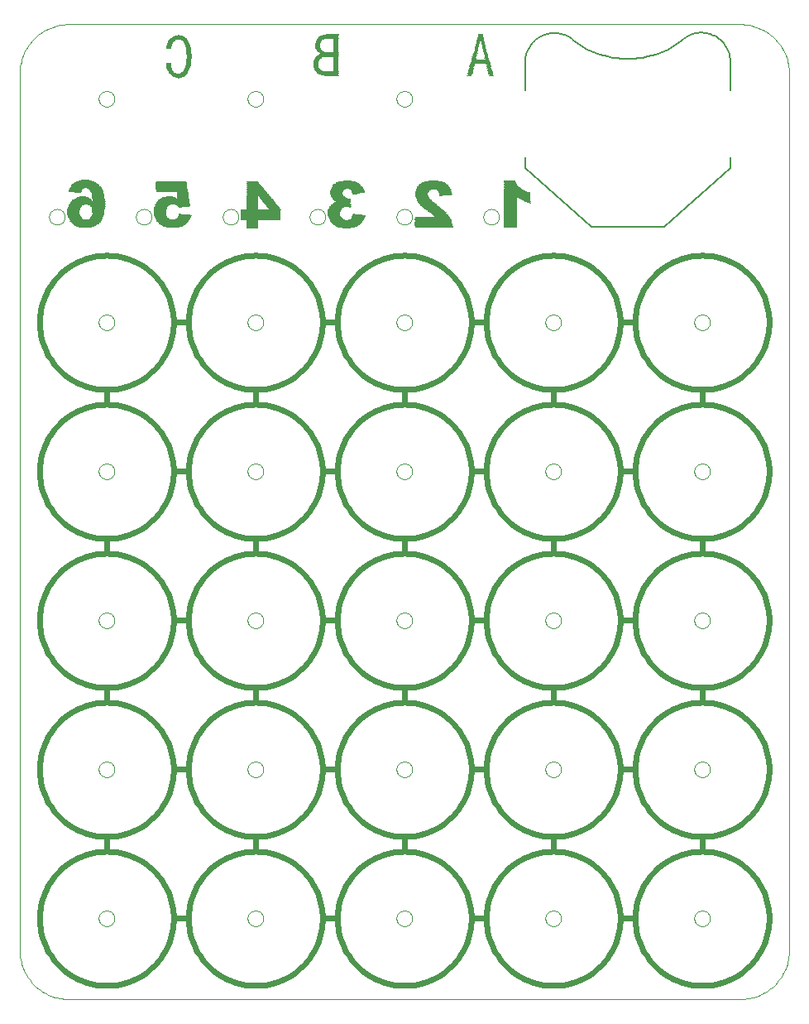
<source format=gbo>
G75*
G70*
%OFA0B0*%
%FSLAX24Y24*%
%IPPOS*%
%LPD*%
%AMOC8*
5,1,8,0,0,1.08239X$1,22.5*
%
%ADD10C,0.0010*%
%ADD11C,0.0240*%
%ADD12R,0.0360X0.0020*%
%ADD13R,0.0320X0.0020*%
%ADD14R,0.0580X0.0020*%
%ADD15R,0.0560X0.0020*%
%ADD16R,0.0520X0.0020*%
%ADD17R,0.1540X0.0020*%
%ADD18R,0.0700X0.0020*%
%ADD19R,0.0440X0.0020*%
%ADD20R,0.0680X0.0020*%
%ADD21R,0.0800X0.0020*%
%ADD22R,0.0760X0.0020*%
%ADD23R,0.0880X0.0020*%
%ADD24R,0.0860X0.0020*%
%ADD25R,0.0840X0.0020*%
%ADD26R,0.1520X0.0020*%
%ADD27R,0.0940X0.0020*%
%ADD28R,0.0920X0.0020*%
%ADD29R,0.1020X0.0020*%
%ADD30R,0.0960X0.0020*%
%ADD31R,0.1060X0.0020*%
%ADD32R,0.1100X0.0020*%
%ADD33R,0.1140X0.0020*%
%ADD34R,0.1500X0.0020*%
%ADD35R,0.1180X0.0020*%
%ADD36R,0.1220X0.0020*%
%ADD37R,0.1260X0.0020*%
%ADD38R,0.1200X0.0020*%
%ADD39R,0.1480X0.0020*%
%ADD40R,0.1280X0.0020*%
%ADD41R,0.1300X0.0020*%
%ADD42R,0.1240X0.0020*%
%ADD43R,0.1460X0.0020*%
%ADD44R,0.1340X0.0020*%
%ADD45R,0.0600X0.0020*%
%ADD46R,0.1440X0.0020*%
%ADD47R,0.0540X0.0020*%
%ADD48R,0.1600X0.0020*%
%ADD49R,0.1420X0.0020*%
%ADD50R,0.0500X0.0020*%
%ADD51R,0.0480X0.0020*%
%ADD52R,0.1400X0.0020*%
%ADD53R,0.0400X0.0020*%
%ADD54R,0.0280X0.0020*%
%ADD55R,0.0460X0.0020*%
%ADD56R,0.0620X0.0020*%
%ADD57R,0.0240X0.0020*%
%ADD58R,0.0100X0.0020*%
%ADD59R,0.0080X0.0020*%
%ADD60R,0.0660X0.0020*%
%ADD61R,0.0160X0.0020*%
%ADD62R,0.0820X0.0020*%
%ADD63R,0.0780X0.0020*%
%ADD64R,0.1380X0.0020*%
%ADD65R,0.1360X0.0020*%
%ADD66R,0.0640X0.0020*%
%ADD67R,0.0720X0.0020*%
%ADD68R,0.0040X0.0020*%
%ADD69R,0.1320X0.0020*%
%ADD70R,0.0140X0.0020*%
%ADD71R,0.0200X0.0020*%
%ADD72R,0.0740X0.0020*%
%ADD73R,0.1160X0.0020*%
%ADD74R,0.0420X0.0020*%
%ADD75R,0.0120X0.0020*%
%ADD76R,0.0060X0.0020*%
%ADD77R,0.0180X0.0020*%
%ADD78R,0.0300X0.0020*%
%ADD79R,0.1040X0.0020*%
%ADD80R,0.0980X0.0020*%
%ADD81R,0.1120X0.0020*%
%ADD82R,0.1080X0.0020*%
%ADD83R,0.1000X0.0020*%
%ADD84R,0.0380X0.0020*%
%ADD85R,0.0340X0.0020*%
%ADD86C,0.0039*%
%ADD87R,0.0900X0.0020*%
%ADD88R,0.0260X0.0020*%
%ADD89R,0.0220X0.0020*%
%ADD90C,0.0000*%
%ADD91C,0.0080*%
D10*
X027651Y000151D02*
X029151Y000151D01*
D11*
X024951Y003401D02*
X024954Y003533D01*
X024964Y003666D01*
X024980Y003797D01*
X025003Y003928D01*
X025032Y004057D01*
X025067Y004185D01*
X025109Y004311D01*
X025157Y004434D01*
X025210Y004555D01*
X025270Y004674D01*
X025335Y004789D01*
X025406Y004901D01*
X025482Y005009D01*
X025564Y005114D01*
X025650Y005214D01*
X025742Y005310D01*
X025838Y005402D01*
X025938Y005488D01*
X026043Y005570D01*
X026151Y005646D01*
X026263Y005717D01*
X026378Y005782D01*
X026497Y005842D01*
X026618Y005895D01*
X026741Y005943D01*
X026867Y005985D01*
X026995Y006020D01*
X027124Y006049D01*
X027255Y006072D01*
X027386Y006088D01*
X027519Y006098D01*
X027651Y006101D01*
X027783Y006098D01*
X027916Y006088D01*
X028047Y006072D01*
X028178Y006049D01*
X028307Y006020D01*
X028435Y005985D01*
X028561Y005943D01*
X028684Y005895D01*
X028805Y005842D01*
X028924Y005782D01*
X029039Y005717D01*
X029151Y005646D01*
X029259Y005570D01*
X029364Y005488D01*
X029464Y005402D01*
X029560Y005310D01*
X029652Y005214D01*
X029738Y005114D01*
X029820Y005009D01*
X029896Y004901D01*
X029967Y004789D01*
X030032Y004674D01*
X030092Y004555D01*
X030145Y004434D01*
X030193Y004311D01*
X030235Y004185D01*
X030270Y004057D01*
X030299Y003928D01*
X030322Y003797D01*
X030338Y003666D01*
X030348Y003533D01*
X030351Y003401D01*
X030348Y003269D01*
X030338Y003136D01*
X030322Y003005D01*
X030299Y002874D01*
X030270Y002745D01*
X030235Y002617D01*
X030193Y002491D01*
X030145Y002368D01*
X030092Y002247D01*
X030032Y002128D01*
X029967Y002013D01*
X029896Y001901D01*
X029820Y001793D01*
X029738Y001688D01*
X029652Y001588D01*
X029560Y001492D01*
X029464Y001400D01*
X029364Y001314D01*
X029259Y001232D01*
X029151Y001156D01*
X029039Y001085D01*
X028924Y001020D01*
X028805Y000960D01*
X028684Y000907D01*
X028561Y000859D01*
X028435Y000817D01*
X028307Y000782D01*
X028178Y000753D01*
X028047Y000730D01*
X027916Y000714D01*
X027783Y000704D01*
X027651Y000701D01*
X027519Y000704D01*
X027386Y000714D01*
X027255Y000730D01*
X027124Y000753D01*
X026995Y000782D01*
X026867Y000817D01*
X026741Y000859D01*
X026618Y000907D01*
X026497Y000960D01*
X026378Y001020D01*
X026263Y001085D01*
X026151Y001156D01*
X026043Y001232D01*
X025938Y001314D01*
X025838Y001400D01*
X025742Y001492D01*
X025650Y001588D01*
X025564Y001688D01*
X025482Y001793D01*
X025406Y001901D01*
X025335Y002013D01*
X025270Y002128D01*
X025210Y002247D01*
X025157Y002368D01*
X025109Y002491D01*
X025067Y002617D01*
X025032Y002745D01*
X025003Y002874D01*
X024980Y003005D01*
X024964Y003136D01*
X024954Y003269D01*
X024951Y003401D01*
X024901Y003401D02*
X024401Y003401D01*
X018951Y003401D02*
X018954Y003533D01*
X018964Y003666D01*
X018980Y003797D01*
X019003Y003928D01*
X019032Y004057D01*
X019067Y004185D01*
X019109Y004311D01*
X019157Y004434D01*
X019210Y004555D01*
X019270Y004674D01*
X019335Y004789D01*
X019406Y004901D01*
X019482Y005009D01*
X019564Y005114D01*
X019650Y005214D01*
X019742Y005310D01*
X019838Y005402D01*
X019938Y005488D01*
X020043Y005570D01*
X020151Y005646D01*
X020263Y005717D01*
X020378Y005782D01*
X020497Y005842D01*
X020618Y005895D01*
X020741Y005943D01*
X020867Y005985D01*
X020995Y006020D01*
X021124Y006049D01*
X021255Y006072D01*
X021386Y006088D01*
X021519Y006098D01*
X021651Y006101D01*
X021783Y006098D01*
X021916Y006088D01*
X022047Y006072D01*
X022178Y006049D01*
X022307Y006020D01*
X022435Y005985D01*
X022561Y005943D01*
X022684Y005895D01*
X022805Y005842D01*
X022924Y005782D01*
X023039Y005717D01*
X023151Y005646D01*
X023259Y005570D01*
X023364Y005488D01*
X023464Y005402D01*
X023560Y005310D01*
X023652Y005214D01*
X023738Y005114D01*
X023820Y005009D01*
X023896Y004901D01*
X023967Y004789D01*
X024032Y004674D01*
X024092Y004555D01*
X024145Y004434D01*
X024193Y004311D01*
X024235Y004185D01*
X024270Y004057D01*
X024299Y003928D01*
X024322Y003797D01*
X024338Y003666D01*
X024348Y003533D01*
X024351Y003401D01*
X024348Y003269D01*
X024338Y003136D01*
X024322Y003005D01*
X024299Y002874D01*
X024270Y002745D01*
X024235Y002617D01*
X024193Y002491D01*
X024145Y002368D01*
X024092Y002247D01*
X024032Y002128D01*
X023967Y002013D01*
X023896Y001901D01*
X023820Y001793D01*
X023738Y001688D01*
X023652Y001588D01*
X023560Y001492D01*
X023464Y001400D01*
X023364Y001314D01*
X023259Y001232D01*
X023151Y001156D01*
X023039Y001085D01*
X022924Y001020D01*
X022805Y000960D01*
X022684Y000907D01*
X022561Y000859D01*
X022435Y000817D01*
X022307Y000782D01*
X022178Y000753D01*
X022047Y000730D01*
X021916Y000714D01*
X021783Y000704D01*
X021651Y000701D01*
X021519Y000704D01*
X021386Y000714D01*
X021255Y000730D01*
X021124Y000753D01*
X020995Y000782D01*
X020867Y000817D01*
X020741Y000859D01*
X020618Y000907D01*
X020497Y000960D01*
X020378Y001020D01*
X020263Y001085D01*
X020151Y001156D01*
X020043Y001232D01*
X019938Y001314D01*
X019838Y001400D01*
X019742Y001492D01*
X019650Y001588D01*
X019564Y001688D01*
X019482Y001793D01*
X019406Y001901D01*
X019335Y002013D01*
X019270Y002128D01*
X019210Y002247D01*
X019157Y002368D01*
X019109Y002491D01*
X019067Y002617D01*
X019032Y002745D01*
X019003Y002874D01*
X018980Y003005D01*
X018964Y003136D01*
X018954Y003269D01*
X018951Y003401D01*
X018901Y003401D02*
X018401Y003401D01*
X012951Y003401D02*
X012954Y003533D01*
X012964Y003666D01*
X012980Y003797D01*
X013003Y003928D01*
X013032Y004057D01*
X013067Y004185D01*
X013109Y004311D01*
X013157Y004434D01*
X013210Y004555D01*
X013270Y004674D01*
X013335Y004789D01*
X013406Y004901D01*
X013482Y005009D01*
X013564Y005114D01*
X013650Y005214D01*
X013742Y005310D01*
X013838Y005402D01*
X013938Y005488D01*
X014043Y005570D01*
X014151Y005646D01*
X014263Y005717D01*
X014378Y005782D01*
X014497Y005842D01*
X014618Y005895D01*
X014741Y005943D01*
X014867Y005985D01*
X014995Y006020D01*
X015124Y006049D01*
X015255Y006072D01*
X015386Y006088D01*
X015519Y006098D01*
X015651Y006101D01*
X015783Y006098D01*
X015916Y006088D01*
X016047Y006072D01*
X016178Y006049D01*
X016307Y006020D01*
X016435Y005985D01*
X016561Y005943D01*
X016684Y005895D01*
X016805Y005842D01*
X016924Y005782D01*
X017039Y005717D01*
X017151Y005646D01*
X017259Y005570D01*
X017364Y005488D01*
X017464Y005402D01*
X017560Y005310D01*
X017652Y005214D01*
X017738Y005114D01*
X017820Y005009D01*
X017896Y004901D01*
X017967Y004789D01*
X018032Y004674D01*
X018092Y004555D01*
X018145Y004434D01*
X018193Y004311D01*
X018235Y004185D01*
X018270Y004057D01*
X018299Y003928D01*
X018322Y003797D01*
X018338Y003666D01*
X018348Y003533D01*
X018351Y003401D01*
X018348Y003269D01*
X018338Y003136D01*
X018322Y003005D01*
X018299Y002874D01*
X018270Y002745D01*
X018235Y002617D01*
X018193Y002491D01*
X018145Y002368D01*
X018092Y002247D01*
X018032Y002128D01*
X017967Y002013D01*
X017896Y001901D01*
X017820Y001793D01*
X017738Y001688D01*
X017652Y001588D01*
X017560Y001492D01*
X017464Y001400D01*
X017364Y001314D01*
X017259Y001232D01*
X017151Y001156D01*
X017039Y001085D01*
X016924Y001020D01*
X016805Y000960D01*
X016684Y000907D01*
X016561Y000859D01*
X016435Y000817D01*
X016307Y000782D01*
X016178Y000753D01*
X016047Y000730D01*
X015916Y000714D01*
X015783Y000704D01*
X015651Y000701D01*
X015519Y000704D01*
X015386Y000714D01*
X015255Y000730D01*
X015124Y000753D01*
X014995Y000782D01*
X014867Y000817D01*
X014741Y000859D01*
X014618Y000907D01*
X014497Y000960D01*
X014378Y001020D01*
X014263Y001085D01*
X014151Y001156D01*
X014043Y001232D01*
X013938Y001314D01*
X013838Y001400D01*
X013742Y001492D01*
X013650Y001588D01*
X013564Y001688D01*
X013482Y001793D01*
X013406Y001901D01*
X013335Y002013D01*
X013270Y002128D01*
X013210Y002247D01*
X013157Y002368D01*
X013109Y002491D01*
X013067Y002617D01*
X013032Y002745D01*
X013003Y002874D01*
X012980Y003005D01*
X012964Y003136D01*
X012954Y003269D01*
X012951Y003401D01*
X012901Y003401D02*
X012401Y003401D01*
X006951Y003401D02*
X006954Y003533D01*
X006964Y003666D01*
X006980Y003797D01*
X007003Y003928D01*
X007032Y004057D01*
X007067Y004185D01*
X007109Y004311D01*
X007157Y004434D01*
X007210Y004555D01*
X007270Y004674D01*
X007335Y004789D01*
X007406Y004901D01*
X007482Y005009D01*
X007564Y005114D01*
X007650Y005214D01*
X007742Y005310D01*
X007838Y005402D01*
X007938Y005488D01*
X008043Y005570D01*
X008151Y005646D01*
X008263Y005717D01*
X008378Y005782D01*
X008497Y005842D01*
X008618Y005895D01*
X008741Y005943D01*
X008867Y005985D01*
X008995Y006020D01*
X009124Y006049D01*
X009255Y006072D01*
X009386Y006088D01*
X009519Y006098D01*
X009651Y006101D01*
X009783Y006098D01*
X009916Y006088D01*
X010047Y006072D01*
X010178Y006049D01*
X010307Y006020D01*
X010435Y005985D01*
X010561Y005943D01*
X010684Y005895D01*
X010805Y005842D01*
X010924Y005782D01*
X011039Y005717D01*
X011151Y005646D01*
X011259Y005570D01*
X011364Y005488D01*
X011464Y005402D01*
X011560Y005310D01*
X011652Y005214D01*
X011738Y005114D01*
X011820Y005009D01*
X011896Y004901D01*
X011967Y004789D01*
X012032Y004674D01*
X012092Y004555D01*
X012145Y004434D01*
X012193Y004311D01*
X012235Y004185D01*
X012270Y004057D01*
X012299Y003928D01*
X012322Y003797D01*
X012338Y003666D01*
X012348Y003533D01*
X012351Y003401D01*
X012348Y003269D01*
X012338Y003136D01*
X012322Y003005D01*
X012299Y002874D01*
X012270Y002745D01*
X012235Y002617D01*
X012193Y002491D01*
X012145Y002368D01*
X012092Y002247D01*
X012032Y002128D01*
X011967Y002013D01*
X011896Y001901D01*
X011820Y001793D01*
X011738Y001688D01*
X011652Y001588D01*
X011560Y001492D01*
X011464Y001400D01*
X011364Y001314D01*
X011259Y001232D01*
X011151Y001156D01*
X011039Y001085D01*
X010924Y001020D01*
X010805Y000960D01*
X010684Y000907D01*
X010561Y000859D01*
X010435Y000817D01*
X010307Y000782D01*
X010178Y000753D01*
X010047Y000730D01*
X009916Y000714D01*
X009783Y000704D01*
X009651Y000701D01*
X009519Y000704D01*
X009386Y000714D01*
X009255Y000730D01*
X009124Y000753D01*
X008995Y000782D01*
X008867Y000817D01*
X008741Y000859D01*
X008618Y000907D01*
X008497Y000960D01*
X008378Y001020D01*
X008263Y001085D01*
X008151Y001156D01*
X008043Y001232D01*
X007938Y001314D01*
X007838Y001400D01*
X007742Y001492D01*
X007650Y001588D01*
X007564Y001688D01*
X007482Y001793D01*
X007406Y001901D01*
X007335Y002013D01*
X007270Y002128D01*
X007210Y002247D01*
X007157Y002368D01*
X007109Y002491D01*
X007067Y002617D01*
X007032Y002745D01*
X007003Y002874D01*
X006980Y003005D01*
X006964Y003136D01*
X006954Y003269D01*
X006951Y003401D01*
X006901Y003401D02*
X006401Y003401D01*
X000951Y003401D02*
X000954Y003533D01*
X000964Y003666D01*
X000980Y003797D01*
X001003Y003928D01*
X001032Y004057D01*
X001067Y004185D01*
X001109Y004311D01*
X001157Y004434D01*
X001210Y004555D01*
X001270Y004674D01*
X001335Y004789D01*
X001406Y004901D01*
X001482Y005009D01*
X001564Y005114D01*
X001650Y005214D01*
X001742Y005310D01*
X001838Y005402D01*
X001938Y005488D01*
X002043Y005570D01*
X002151Y005646D01*
X002263Y005717D01*
X002378Y005782D01*
X002497Y005842D01*
X002618Y005895D01*
X002741Y005943D01*
X002867Y005985D01*
X002995Y006020D01*
X003124Y006049D01*
X003255Y006072D01*
X003386Y006088D01*
X003519Y006098D01*
X003651Y006101D01*
X003783Y006098D01*
X003916Y006088D01*
X004047Y006072D01*
X004178Y006049D01*
X004307Y006020D01*
X004435Y005985D01*
X004561Y005943D01*
X004684Y005895D01*
X004805Y005842D01*
X004924Y005782D01*
X005039Y005717D01*
X005151Y005646D01*
X005259Y005570D01*
X005364Y005488D01*
X005464Y005402D01*
X005560Y005310D01*
X005652Y005214D01*
X005738Y005114D01*
X005820Y005009D01*
X005896Y004901D01*
X005967Y004789D01*
X006032Y004674D01*
X006092Y004555D01*
X006145Y004434D01*
X006193Y004311D01*
X006235Y004185D01*
X006270Y004057D01*
X006299Y003928D01*
X006322Y003797D01*
X006338Y003666D01*
X006348Y003533D01*
X006351Y003401D01*
X006348Y003269D01*
X006338Y003136D01*
X006322Y003005D01*
X006299Y002874D01*
X006270Y002745D01*
X006235Y002617D01*
X006193Y002491D01*
X006145Y002368D01*
X006092Y002247D01*
X006032Y002128D01*
X005967Y002013D01*
X005896Y001901D01*
X005820Y001793D01*
X005738Y001688D01*
X005652Y001588D01*
X005560Y001492D01*
X005464Y001400D01*
X005364Y001314D01*
X005259Y001232D01*
X005151Y001156D01*
X005039Y001085D01*
X004924Y001020D01*
X004805Y000960D01*
X004684Y000907D01*
X004561Y000859D01*
X004435Y000817D01*
X004307Y000782D01*
X004178Y000753D01*
X004047Y000730D01*
X003916Y000714D01*
X003783Y000704D01*
X003651Y000701D01*
X003519Y000704D01*
X003386Y000714D01*
X003255Y000730D01*
X003124Y000753D01*
X002995Y000782D01*
X002867Y000817D01*
X002741Y000859D01*
X002618Y000907D01*
X002497Y000960D01*
X002378Y001020D01*
X002263Y001085D01*
X002151Y001156D01*
X002043Y001232D01*
X001938Y001314D01*
X001838Y001400D01*
X001742Y001492D01*
X001650Y001588D01*
X001564Y001688D01*
X001482Y001793D01*
X001406Y001901D01*
X001335Y002013D01*
X001270Y002128D01*
X001210Y002247D01*
X001157Y002368D01*
X001109Y002491D01*
X001067Y002617D01*
X001032Y002745D01*
X001003Y002874D01*
X000980Y003005D01*
X000964Y003136D01*
X000954Y003269D01*
X000951Y003401D01*
X003651Y006151D02*
X003651Y006651D01*
X000951Y009401D02*
X000954Y009533D01*
X000964Y009666D01*
X000980Y009797D01*
X001003Y009928D01*
X001032Y010057D01*
X001067Y010185D01*
X001109Y010311D01*
X001157Y010434D01*
X001210Y010555D01*
X001270Y010674D01*
X001335Y010789D01*
X001406Y010901D01*
X001482Y011009D01*
X001564Y011114D01*
X001650Y011214D01*
X001742Y011310D01*
X001838Y011402D01*
X001938Y011488D01*
X002043Y011570D01*
X002151Y011646D01*
X002263Y011717D01*
X002378Y011782D01*
X002497Y011842D01*
X002618Y011895D01*
X002741Y011943D01*
X002867Y011985D01*
X002995Y012020D01*
X003124Y012049D01*
X003255Y012072D01*
X003386Y012088D01*
X003519Y012098D01*
X003651Y012101D01*
X003783Y012098D01*
X003916Y012088D01*
X004047Y012072D01*
X004178Y012049D01*
X004307Y012020D01*
X004435Y011985D01*
X004561Y011943D01*
X004684Y011895D01*
X004805Y011842D01*
X004924Y011782D01*
X005039Y011717D01*
X005151Y011646D01*
X005259Y011570D01*
X005364Y011488D01*
X005464Y011402D01*
X005560Y011310D01*
X005652Y011214D01*
X005738Y011114D01*
X005820Y011009D01*
X005896Y010901D01*
X005967Y010789D01*
X006032Y010674D01*
X006092Y010555D01*
X006145Y010434D01*
X006193Y010311D01*
X006235Y010185D01*
X006270Y010057D01*
X006299Y009928D01*
X006322Y009797D01*
X006338Y009666D01*
X006348Y009533D01*
X006351Y009401D01*
X006348Y009269D01*
X006338Y009136D01*
X006322Y009005D01*
X006299Y008874D01*
X006270Y008745D01*
X006235Y008617D01*
X006193Y008491D01*
X006145Y008368D01*
X006092Y008247D01*
X006032Y008128D01*
X005967Y008013D01*
X005896Y007901D01*
X005820Y007793D01*
X005738Y007688D01*
X005652Y007588D01*
X005560Y007492D01*
X005464Y007400D01*
X005364Y007314D01*
X005259Y007232D01*
X005151Y007156D01*
X005039Y007085D01*
X004924Y007020D01*
X004805Y006960D01*
X004684Y006907D01*
X004561Y006859D01*
X004435Y006817D01*
X004307Y006782D01*
X004178Y006753D01*
X004047Y006730D01*
X003916Y006714D01*
X003783Y006704D01*
X003651Y006701D01*
X003519Y006704D01*
X003386Y006714D01*
X003255Y006730D01*
X003124Y006753D01*
X002995Y006782D01*
X002867Y006817D01*
X002741Y006859D01*
X002618Y006907D01*
X002497Y006960D01*
X002378Y007020D01*
X002263Y007085D01*
X002151Y007156D01*
X002043Y007232D01*
X001938Y007314D01*
X001838Y007400D01*
X001742Y007492D01*
X001650Y007588D01*
X001564Y007688D01*
X001482Y007793D01*
X001406Y007901D01*
X001335Y008013D01*
X001270Y008128D01*
X001210Y008247D01*
X001157Y008368D01*
X001109Y008491D01*
X001067Y008617D01*
X001032Y008745D01*
X001003Y008874D01*
X000980Y009005D01*
X000964Y009136D01*
X000954Y009269D01*
X000951Y009401D01*
X003651Y012151D02*
X003651Y012651D01*
X000951Y015401D02*
X000954Y015533D01*
X000964Y015666D01*
X000980Y015797D01*
X001003Y015928D01*
X001032Y016057D01*
X001067Y016185D01*
X001109Y016311D01*
X001157Y016434D01*
X001210Y016555D01*
X001270Y016674D01*
X001335Y016789D01*
X001406Y016901D01*
X001482Y017009D01*
X001564Y017114D01*
X001650Y017214D01*
X001742Y017310D01*
X001838Y017402D01*
X001938Y017488D01*
X002043Y017570D01*
X002151Y017646D01*
X002263Y017717D01*
X002378Y017782D01*
X002497Y017842D01*
X002618Y017895D01*
X002741Y017943D01*
X002867Y017985D01*
X002995Y018020D01*
X003124Y018049D01*
X003255Y018072D01*
X003386Y018088D01*
X003519Y018098D01*
X003651Y018101D01*
X003783Y018098D01*
X003916Y018088D01*
X004047Y018072D01*
X004178Y018049D01*
X004307Y018020D01*
X004435Y017985D01*
X004561Y017943D01*
X004684Y017895D01*
X004805Y017842D01*
X004924Y017782D01*
X005039Y017717D01*
X005151Y017646D01*
X005259Y017570D01*
X005364Y017488D01*
X005464Y017402D01*
X005560Y017310D01*
X005652Y017214D01*
X005738Y017114D01*
X005820Y017009D01*
X005896Y016901D01*
X005967Y016789D01*
X006032Y016674D01*
X006092Y016555D01*
X006145Y016434D01*
X006193Y016311D01*
X006235Y016185D01*
X006270Y016057D01*
X006299Y015928D01*
X006322Y015797D01*
X006338Y015666D01*
X006348Y015533D01*
X006351Y015401D01*
X006348Y015269D01*
X006338Y015136D01*
X006322Y015005D01*
X006299Y014874D01*
X006270Y014745D01*
X006235Y014617D01*
X006193Y014491D01*
X006145Y014368D01*
X006092Y014247D01*
X006032Y014128D01*
X005967Y014013D01*
X005896Y013901D01*
X005820Y013793D01*
X005738Y013688D01*
X005652Y013588D01*
X005560Y013492D01*
X005464Y013400D01*
X005364Y013314D01*
X005259Y013232D01*
X005151Y013156D01*
X005039Y013085D01*
X004924Y013020D01*
X004805Y012960D01*
X004684Y012907D01*
X004561Y012859D01*
X004435Y012817D01*
X004307Y012782D01*
X004178Y012753D01*
X004047Y012730D01*
X003916Y012714D01*
X003783Y012704D01*
X003651Y012701D01*
X003519Y012704D01*
X003386Y012714D01*
X003255Y012730D01*
X003124Y012753D01*
X002995Y012782D01*
X002867Y012817D01*
X002741Y012859D01*
X002618Y012907D01*
X002497Y012960D01*
X002378Y013020D01*
X002263Y013085D01*
X002151Y013156D01*
X002043Y013232D01*
X001938Y013314D01*
X001838Y013400D01*
X001742Y013492D01*
X001650Y013588D01*
X001564Y013688D01*
X001482Y013793D01*
X001406Y013901D01*
X001335Y014013D01*
X001270Y014128D01*
X001210Y014247D01*
X001157Y014368D01*
X001109Y014491D01*
X001067Y014617D01*
X001032Y014745D01*
X001003Y014874D01*
X000980Y015005D01*
X000964Y015136D01*
X000954Y015269D01*
X000951Y015401D01*
X003651Y018151D02*
X003651Y018651D01*
X000951Y021401D02*
X000954Y021533D01*
X000964Y021666D01*
X000980Y021797D01*
X001003Y021928D01*
X001032Y022057D01*
X001067Y022185D01*
X001109Y022311D01*
X001157Y022434D01*
X001210Y022555D01*
X001270Y022674D01*
X001335Y022789D01*
X001406Y022901D01*
X001482Y023009D01*
X001564Y023114D01*
X001650Y023214D01*
X001742Y023310D01*
X001838Y023402D01*
X001938Y023488D01*
X002043Y023570D01*
X002151Y023646D01*
X002263Y023717D01*
X002378Y023782D01*
X002497Y023842D01*
X002618Y023895D01*
X002741Y023943D01*
X002867Y023985D01*
X002995Y024020D01*
X003124Y024049D01*
X003255Y024072D01*
X003386Y024088D01*
X003519Y024098D01*
X003651Y024101D01*
X003783Y024098D01*
X003916Y024088D01*
X004047Y024072D01*
X004178Y024049D01*
X004307Y024020D01*
X004435Y023985D01*
X004561Y023943D01*
X004684Y023895D01*
X004805Y023842D01*
X004924Y023782D01*
X005039Y023717D01*
X005151Y023646D01*
X005259Y023570D01*
X005364Y023488D01*
X005464Y023402D01*
X005560Y023310D01*
X005652Y023214D01*
X005738Y023114D01*
X005820Y023009D01*
X005896Y022901D01*
X005967Y022789D01*
X006032Y022674D01*
X006092Y022555D01*
X006145Y022434D01*
X006193Y022311D01*
X006235Y022185D01*
X006270Y022057D01*
X006299Y021928D01*
X006322Y021797D01*
X006338Y021666D01*
X006348Y021533D01*
X006351Y021401D01*
X006348Y021269D01*
X006338Y021136D01*
X006322Y021005D01*
X006299Y020874D01*
X006270Y020745D01*
X006235Y020617D01*
X006193Y020491D01*
X006145Y020368D01*
X006092Y020247D01*
X006032Y020128D01*
X005967Y020013D01*
X005896Y019901D01*
X005820Y019793D01*
X005738Y019688D01*
X005652Y019588D01*
X005560Y019492D01*
X005464Y019400D01*
X005364Y019314D01*
X005259Y019232D01*
X005151Y019156D01*
X005039Y019085D01*
X004924Y019020D01*
X004805Y018960D01*
X004684Y018907D01*
X004561Y018859D01*
X004435Y018817D01*
X004307Y018782D01*
X004178Y018753D01*
X004047Y018730D01*
X003916Y018714D01*
X003783Y018704D01*
X003651Y018701D01*
X003519Y018704D01*
X003386Y018714D01*
X003255Y018730D01*
X003124Y018753D01*
X002995Y018782D01*
X002867Y018817D01*
X002741Y018859D01*
X002618Y018907D01*
X002497Y018960D01*
X002378Y019020D01*
X002263Y019085D01*
X002151Y019156D01*
X002043Y019232D01*
X001938Y019314D01*
X001838Y019400D01*
X001742Y019492D01*
X001650Y019588D01*
X001564Y019688D01*
X001482Y019793D01*
X001406Y019901D01*
X001335Y020013D01*
X001270Y020128D01*
X001210Y020247D01*
X001157Y020368D01*
X001109Y020491D01*
X001067Y020617D01*
X001032Y020745D01*
X001003Y020874D01*
X000980Y021005D01*
X000964Y021136D01*
X000954Y021269D01*
X000951Y021401D01*
X003651Y024151D02*
X003651Y024651D01*
X000951Y027401D02*
X000954Y027533D01*
X000964Y027666D01*
X000980Y027797D01*
X001003Y027928D01*
X001032Y028057D01*
X001067Y028185D01*
X001109Y028311D01*
X001157Y028434D01*
X001210Y028555D01*
X001270Y028674D01*
X001335Y028789D01*
X001406Y028901D01*
X001482Y029009D01*
X001564Y029114D01*
X001650Y029214D01*
X001742Y029310D01*
X001838Y029402D01*
X001938Y029488D01*
X002043Y029570D01*
X002151Y029646D01*
X002263Y029717D01*
X002378Y029782D01*
X002497Y029842D01*
X002618Y029895D01*
X002741Y029943D01*
X002867Y029985D01*
X002995Y030020D01*
X003124Y030049D01*
X003255Y030072D01*
X003386Y030088D01*
X003519Y030098D01*
X003651Y030101D01*
X003783Y030098D01*
X003916Y030088D01*
X004047Y030072D01*
X004178Y030049D01*
X004307Y030020D01*
X004435Y029985D01*
X004561Y029943D01*
X004684Y029895D01*
X004805Y029842D01*
X004924Y029782D01*
X005039Y029717D01*
X005151Y029646D01*
X005259Y029570D01*
X005364Y029488D01*
X005464Y029402D01*
X005560Y029310D01*
X005652Y029214D01*
X005738Y029114D01*
X005820Y029009D01*
X005896Y028901D01*
X005967Y028789D01*
X006032Y028674D01*
X006092Y028555D01*
X006145Y028434D01*
X006193Y028311D01*
X006235Y028185D01*
X006270Y028057D01*
X006299Y027928D01*
X006322Y027797D01*
X006338Y027666D01*
X006348Y027533D01*
X006351Y027401D01*
X006348Y027269D01*
X006338Y027136D01*
X006322Y027005D01*
X006299Y026874D01*
X006270Y026745D01*
X006235Y026617D01*
X006193Y026491D01*
X006145Y026368D01*
X006092Y026247D01*
X006032Y026128D01*
X005967Y026013D01*
X005896Y025901D01*
X005820Y025793D01*
X005738Y025688D01*
X005652Y025588D01*
X005560Y025492D01*
X005464Y025400D01*
X005364Y025314D01*
X005259Y025232D01*
X005151Y025156D01*
X005039Y025085D01*
X004924Y025020D01*
X004805Y024960D01*
X004684Y024907D01*
X004561Y024859D01*
X004435Y024817D01*
X004307Y024782D01*
X004178Y024753D01*
X004047Y024730D01*
X003916Y024714D01*
X003783Y024704D01*
X003651Y024701D01*
X003519Y024704D01*
X003386Y024714D01*
X003255Y024730D01*
X003124Y024753D01*
X002995Y024782D01*
X002867Y024817D01*
X002741Y024859D01*
X002618Y024907D01*
X002497Y024960D01*
X002378Y025020D01*
X002263Y025085D01*
X002151Y025156D01*
X002043Y025232D01*
X001938Y025314D01*
X001838Y025400D01*
X001742Y025492D01*
X001650Y025588D01*
X001564Y025688D01*
X001482Y025793D01*
X001406Y025901D01*
X001335Y026013D01*
X001270Y026128D01*
X001210Y026247D01*
X001157Y026368D01*
X001109Y026491D01*
X001067Y026617D01*
X001032Y026745D01*
X001003Y026874D01*
X000980Y027005D01*
X000964Y027136D01*
X000954Y027269D01*
X000951Y027401D01*
X006401Y027401D02*
X006901Y027401D01*
X006951Y027401D02*
X006954Y027533D01*
X006964Y027666D01*
X006980Y027797D01*
X007003Y027928D01*
X007032Y028057D01*
X007067Y028185D01*
X007109Y028311D01*
X007157Y028434D01*
X007210Y028555D01*
X007270Y028674D01*
X007335Y028789D01*
X007406Y028901D01*
X007482Y029009D01*
X007564Y029114D01*
X007650Y029214D01*
X007742Y029310D01*
X007838Y029402D01*
X007938Y029488D01*
X008043Y029570D01*
X008151Y029646D01*
X008263Y029717D01*
X008378Y029782D01*
X008497Y029842D01*
X008618Y029895D01*
X008741Y029943D01*
X008867Y029985D01*
X008995Y030020D01*
X009124Y030049D01*
X009255Y030072D01*
X009386Y030088D01*
X009519Y030098D01*
X009651Y030101D01*
X009783Y030098D01*
X009916Y030088D01*
X010047Y030072D01*
X010178Y030049D01*
X010307Y030020D01*
X010435Y029985D01*
X010561Y029943D01*
X010684Y029895D01*
X010805Y029842D01*
X010924Y029782D01*
X011039Y029717D01*
X011151Y029646D01*
X011259Y029570D01*
X011364Y029488D01*
X011464Y029402D01*
X011560Y029310D01*
X011652Y029214D01*
X011738Y029114D01*
X011820Y029009D01*
X011896Y028901D01*
X011967Y028789D01*
X012032Y028674D01*
X012092Y028555D01*
X012145Y028434D01*
X012193Y028311D01*
X012235Y028185D01*
X012270Y028057D01*
X012299Y027928D01*
X012322Y027797D01*
X012338Y027666D01*
X012348Y027533D01*
X012351Y027401D01*
X012348Y027269D01*
X012338Y027136D01*
X012322Y027005D01*
X012299Y026874D01*
X012270Y026745D01*
X012235Y026617D01*
X012193Y026491D01*
X012145Y026368D01*
X012092Y026247D01*
X012032Y026128D01*
X011967Y026013D01*
X011896Y025901D01*
X011820Y025793D01*
X011738Y025688D01*
X011652Y025588D01*
X011560Y025492D01*
X011464Y025400D01*
X011364Y025314D01*
X011259Y025232D01*
X011151Y025156D01*
X011039Y025085D01*
X010924Y025020D01*
X010805Y024960D01*
X010684Y024907D01*
X010561Y024859D01*
X010435Y024817D01*
X010307Y024782D01*
X010178Y024753D01*
X010047Y024730D01*
X009916Y024714D01*
X009783Y024704D01*
X009651Y024701D01*
X009519Y024704D01*
X009386Y024714D01*
X009255Y024730D01*
X009124Y024753D01*
X008995Y024782D01*
X008867Y024817D01*
X008741Y024859D01*
X008618Y024907D01*
X008497Y024960D01*
X008378Y025020D01*
X008263Y025085D01*
X008151Y025156D01*
X008043Y025232D01*
X007938Y025314D01*
X007838Y025400D01*
X007742Y025492D01*
X007650Y025588D01*
X007564Y025688D01*
X007482Y025793D01*
X007406Y025901D01*
X007335Y026013D01*
X007270Y026128D01*
X007210Y026247D01*
X007157Y026368D01*
X007109Y026491D01*
X007067Y026617D01*
X007032Y026745D01*
X007003Y026874D01*
X006980Y027005D01*
X006964Y027136D01*
X006954Y027269D01*
X006951Y027401D01*
X009651Y024651D02*
X009651Y024151D01*
X006951Y021401D02*
X006954Y021533D01*
X006964Y021666D01*
X006980Y021797D01*
X007003Y021928D01*
X007032Y022057D01*
X007067Y022185D01*
X007109Y022311D01*
X007157Y022434D01*
X007210Y022555D01*
X007270Y022674D01*
X007335Y022789D01*
X007406Y022901D01*
X007482Y023009D01*
X007564Y023114D01*
X007650Y023214D01*
X007742Y023310D01*
X007838Y023402D01*
X007938Y023488D01*
X008043Y023570D01*
X008151Y023646D01*
X008263Y023717D01*
X008378Y023782D01*
X008497Y023842D01*
X008618Y023895D01*
X008741Y023943D01*
X008867Y023985D01*
X008995Y024020D01*
X009124Y024049D01*
X009255Y024072D01*
X009386Y024088D01*
X009519Y024098D01*
X009651Y024101D01*
X009783Y024098D01*
X009916Y024088D01*
X010047Y024072D01*
X010178Y024049D01*
X010307Y024020D01*
X010435Y023985D01*
X010561Y023943D01*
X010684Y023895D01*
X010805Y023842D01*
X010924Y023782D01*
X011039Y023717D01*
X011151Y023646D01*
X011259Y023570D01*
X011364Y023488D01*
X011464Y023402D01*
X011560Y023310D01*
X011652Y023214D01*
X011738Y023114D01*
X011820Y023009D01*
X011896Y022901D01*
X011967Y022789D01*
X012032Y022674D01*
X012092Y022555D01*
X012145Y022434D01*
X012193Y022311D01*
X012235Y022185D01*
X012270Y022057D01*
X012299Y021928D01*
X012322Y021797D01*
X012338Y021666D01*
X012348Y021533D01*
X012351Y021401D01*
X012348Y021269D01*
X012338Y021136D01*
X012322Y021005D01*
X012299Y020874D01*
X012270Y020745D01*
X012235Y020617D01*
X012193Y020491D01*
X012145Y020368D01*
X012092Y020247D01*
X012032Y020128D01*
X011967Y020013D01*
X011896Y019901D01*
X011820Y019793D01*
X011738Y019688D01*
X011652Y019588D01*
X011560Y019492D01*
X011464Y019400D01*
X011364Y019314D01*
X011259Y019232D01*
X011151Y019156D01*
X011039Y019085D01*
X010924Y019020D01*
X010805Y018960D01*
X010684Y018907D01*
X010561Y018859D01*
X010435Y018817D01*
X010307Y018782D01*
X010178Y018753D01*
X010047Y018730D01*
X009916Y018714D01*
X009783Y018704D01*
X009651Y018701D01*
X009519Y018704D01*
X009386Y018714D01*
X009255Y018730D01*
X009124Y018753D01*
X008995Y018782D01*
X008867Y018817D01*
X008741Y018859D01*
X008618Y018907D01*
X008497Y018960D01*
X008378Y019020D01*
X008263Y019085D01*
X008151Y019156D01*
X008043Y019232D01*
X007938Y019314D01*
X007838Y019400D01*
X007742Y019492D01*
X007650Y019588D01*
X007564Y019688D01*
X007482Y019793D01*
X007406Y019901D01*
X007335Y020013D01*
X007270Y020128D01*
X007210Y020247D01*
X007157Y020368D01*
X007109Y020491D01*
X007067Y020617D01*
X007032Y020745D01*
X007003Y020874D01*
X006980Y021005D01*
X006964Y021136D01*
X006954Y021269D01*
X006951Y021401D01*
X006901Y021401D02*
X006401Y021401D01*
X009651Y018651D02*
X009651Y018151D01*
X006951Y015401D02*
X006954Y015533D01*
X006964Y015666D01*
X006980Y015797D01*
X007003Y015928D01*
X007032Y016057D01*
X007067Y016185D01*
X007109Y016311D01*
X007157Y016434D01*
X007210Y016555D01*
X007270Y016674D01*
X007335Y016789D01*
X007406Y016901D01*
X007482Y017009D01*
X007564Y017114D01*
X007650Y017214D01*
X007742Y017310D01*
X007838Y017402D01*
X007938Y017488D01*
X008043Y017570D01*
X008151Y017646D01*
X008263Y017717D01*
X008378Y017782D01*
X008497Y017842D01*
X008618Y017895D01*
X008741Y017943D01*
X008867Y017985D01*
X008995Y018020D01*
X009124Y018049D01*
X009255Y018072D01*
X009386Y018088D01*
X009519Y018098D01*
X009651Y018101D01*
X009783Y018098D01*
X009916Y018088D01*
X010047Y018072D01*
X010178Y018049D01*
X010307Y018020D01*
X010435Y017985D01*
X010561Y017943D01*
X010684Y017895D01*
X010805Y017842D01*
X010924Y017782D01*
X011039Y017717D01*
X011151Y017646D01*
X011259Y017570D01*
X011364Y017488D01*
X011464Y017402D01*
X011560Y017310D01*
X011652Y017214D01*
X011738Y017114D01*
X011820Y017009D01*
X011896Y016901D01*
X011967Y016789D01*
X012032Y016674D01*
X012092Y016555D01*
X012145Y016434D01*
X012193Y016311D01*
X012235Y016185D01*
X012270Y016057D01*
X012299Y015928D01*
X012322Y015797D01*
X012338Y015666D01*
X012348Y015533D01*
X012351Y015401D01*
X012348Y015269D01*
X012338Y015136D01*
X012322Y015005D01*
X012299Y014874D01*
X012270Y014745D01*
X012235Y014617D01*
X012193Y014491D01*
X012145Y014368D01*
X012092Y014247D01*
X012032Y014128D01*
X011967Y014013D01*
X011896Y013901D01*
X011820Y013793D01*
X011738Y013688D01*
X011652Y013588D01*
X011560Y013492D01*
X011464Y013400D01*
X011364Y013314D01*
X011259Y013232D01*
X011151Y013156D01*
X011039Y013085D01*
X010924Y013020D01*
X010805Y012960D01*
X010684Y012907D01*
X010561Y012859D01*
X010435Y012817D01*
X010307Y012782D01*
X010178Y012753D01*
X010047Y012730D01*
X009916Y012714D01*
X009783Y012704D01*
X009651Y012701D01*
X009519Y012704D01*
X009386Y012714D01*
X009255Y012730D01*
X009124Y012753D01*
X008995Y012782D01*
X008867Y012817D01*
X008741Y012859D01*
X008618Y012907D01*
X008497Y012960D01*
X008378Y013020D01*
X008263Y013085D01*
X008151Y013156D01*
X008043Y013232D01*
X007938Y013314D01*
X007838Y013400D01*
X007742Y013492D01*
X007650Y013588D01*
X007564Y013688D01*
X007482Y013793D01*
X007406Y013901D01*
X007335Y014013D01*
X007270Y014128D01*
X007210Y014247D01*
X007157Y014368D01*
X007109Y014491D01*
X007067Y014617D01*
X007032Y014745D01*
X007003Y014874D01*
X006980Y015005D01*
X006964Y015136D01*
X006954Y015269D01*
X006951Y015401D01*
X006901Y015401D02*
X006401Y015401D01*
X009651Y012651D02*
X009651Y012151D01*
X006951Y009401D02*
X006954Y009533D01*
X006964Y009666D01*
X006980Y009797D01*
X007003Y009928D01*
X007032Y010057D01*
X007067Y010185D01*
X007109Y010311D01*
X007157Y010434D01*
X007210Y010555D01*
X007270Y010674D01*
X007335Y010789D01*
X007406Y010901D01*
X007482Y011009D01*
X007564Y011114D01*
X007650Y011214D01*
X007742Y011310D01*
X007838Y011402D01*
X007938Y011488D01*
X008043Y011570D01*
X008151Y011646D01*
X008263Y011717D01*
X008378Y011782D01*
X008497Y011842D01*
X008618Y011895D01*
X008741Y011943D01*
X008867Y011985D01*
X008995Y012020D01*
X009124Y012049D01*
X009255Y012072D01*
X009386Y012088D01*
X009519Y012098D01*
X009651Y012101D01*
X009783Y012098D01*
X009916Y012088D01*
X010047Y012072D01*
X010178Y012049D01*
X010307Y012020D01*
X010435Y011985D01*
X010561Y011943D01*
X010684Y011895D01*
X010805Y011842D01*
X010924Y011782D01*
X011039Y011717D01*
X011151Y011646D01*
X011259Y011570D01*
X011364Y011488D01*
X011464Y011402D01*
X011560Y011310D01*
X011652Y011214D01*
X011738Y011114D01*
X011820Y011009D01*
X011896Y010901D01*
X011967Y010789D01*
X012032Y010674D01*
X012092Y010555D01*
X012145Y010434D01*
X012193Y010311D01*
X012235Y010185D01*
X012270Y010057D01*
X012299Y009928D01*
X012322Y009797D01*
X012338Y009666D01*
X012348Y009533D01*
X012351Y009401D01*
X012348Y009269D01*
X012338Y009136D01*
X012322Y009005D01*
X012299Y008874D01*
X012270Y008745D01*
X012235Y008617D01*
X012193Y008491D01*
X012145Y008368D01*
X012092Y008247D01*
X012032Y008128D01*
X011967Y008013D01*
X011896Y007901D01*
X011820Y007793D01*
X011738Y007688D01*
X011652Y007588D01*
X011560Y007492D01*
X011464Y007400D01*
X011364Y007314D01*
X011259Y007232D01*
X011151Y007156D01*
X011039Y007085D01*
X010924Y007020D01*
X010805Y006960D01*
X010684Y006907D01*
X010561Y006859D01*
X010435Y006817D01*
X010307Y006782D01*
X010178Y006753D01*
X010047Y006730D01*
X009916Y006714D01*
X009783Y006704D01*
X009651Y006701D01*
X009519Y006704D01*
X009386Y006714D01*
X009255Y006730D01*
X009124Y006753D01*
X008995Y006782D01*
X008867Y006817D01*
X008741Y006859D01*
X008618Y006907D01*
X008497Y006960D01*
X008378Y007020D01*
X008263Y007085D01*
X008151Y007156D01*
X008043Y007232D01*
X007938Y007314D01*
X007838Y007400D01*
X007742Y007492D01*
X007650Y007588D01*
X007564Y007688D01*
X007482Y007793D01*
X007406Y007901D01*
X007335Y008013D01*
X007270Y008128D01*
X007210Y008247D01*
X007157Y008368D01*
X007109Y008491D01*
X007067Y008617D01*
X007032Y008745D01*
X007003Y008874D01*
X006980Y009005D01*
X006964Y009136D01*
X006954Y009269D01*
X006951Y009401D01*
X006901Y009401D02*
X006401Y009401D01*
X009651Y006651D02*
X009651Y006151D01*
X012401Y009401D02*
X012901Y009401D01*
X012951Y009401D02*
X012954Y009533D01*
X012964Y009666D01*
X012980Y009797D01*
X013003Y009928D01*
X013032Y010057D01*
X013067Y010185D01*
X013109Y010311D01*
X013157Y010434D01*
X013210Y010555D01*
X013270Y010674D01*
X013335Y010789D01*
X013406Y010901D01*
X013482Y011009D01*
X013564Y011114D01*
X013650Y011214D01*
X013742Y011310D01*
X013838Y011402D01*
X013938Y011488D01*
X014043Y011570D01*
X014151Y011646D01*
X014263Y011717D01*
X014378Y011782D01*
X014497Y011842D01*
X014618Y011895D01*
X014741Y011943D01*
X014867Y011985D01*
X014995Y012020D01*
X015124Y012049D01*
X015255Y012072D01*
X015386Y012088D01*
X015519Y012098D01*
X015651Y012101D01*
X015783Y012098D01*
X015916Y012088D01*
X016047Y012072D01*
X016178Y012049D01*
X016307Y012020D01*
X016435Y011985D01*
X016561Y011943D01*
X016684Y011895D01*
X016805Y011842D01*
X016924Y011782D01*
X017039Y011717D01*
X017151Y011646D01*
X017259Y011570D01*
X017364Y011488D01*
X017464Y011402D01*
X017560Y011310D01*
X017652Y011214D01*
X017738Y011114D01*
X017820Y011009D01*
X017896Y010901D01*
X017967Y010789D01*
X018032Y010674D01*
X018092Y010555D01*
X018145Y010434D01*
X018193Y010311D01*
X018235Y010185D01*
X018270Y010057D01*
X018299Y009928D01*
X018322Y009797D01*
X018338Y009666D01*
X018348Y009533D01*
X018351Y009401D01*
X018348Y009269D01*
X018338Y009136D01*
X018322Y009005D01*
X018299Y008874D01*
X018270Y008745D01*
X018235Y008617D01*
X018193Y008491D01*
X018145Y008368D01*
X018092Y008247D01*
X018032Y008128D01*
X017967Y008013D01*
X017896Y007901D01*
X017820Y007793D01*
X017738Y007688D01*
X017652Y007588D01*
X017560Y007492D01*
X017464Y007400D01*
X017364Y007314D01*
X017259Y007232D01*
X017151Y007156D01*
X017039Y007085D01*
X016924Y007020D01*
X016805Y006960D01*
X016684Y006907D01*
X016561Y006859D01*
X016435Y006817D01*
X016307Y006782D01*
X016178Y006753D01*
X016047Y006730D01*
X015916Y006714D01*
X015783Y006704D01*
X015651Y006701D01*
X015519Y006704D01*
X015386Y006714D01*
X015255Y006730D01*
X015124Y006753D01*
X014995Y006782D01*
X014867Y006817D01*
X014741Y006859D01*
X014618Y006907D01*
X014497Y006960D01*
X014378Y007020D01*
X014263Y007085D01*
X014151Y007156D01*
X014043Y007232D01*
X013938Y007314D01*
X013838Y007400D01*
X013742Y007492D01*
X013650Y007588D01*
X013564Y007688D01*
X013482Y007793D01*
X013406Y007901D01*
X013335Y008013D01*
X013270Y008128D01*
X013210Y008247D01*
X013157Y008368D01*
X013109Y008491D01*
X013067Y008617D01*
X013032Y008745D01*
X013003Y008874D01*
X012980Y009005D01*
X012964Y009136D01*
X012954Y009269D01*
X012951Y009401D01*
X015651Y006651D02*
X015651Y006151D01*
X018401Y009401D02*
X018901Y009401D01*
X018951Y009401D02*
X018954Y009533D01*
X018964Y009666D01*
X018980Y009797D01*
X019003Y009928D01*
X019032Y010057D01*
X019067Y010185D01*
X019109Y010311D01*
X019157Y010434D01*
X019210Y010555D01*
X019270Y010674D01*
X019335Y010789D01*
X019406Y010901D01*
X019482Y011009D01*
X019564Y011114D01*
X019650Y011214D01*
X019742Y011310D01*
X019838Y011402D01*
X019938Y011488D01*
X020043Y011570D01*
X020151Y011646D01*
X020263Y011717D01*
X020378Y011782D01*
X020497Y011842D01*
X020618Y011895D01*
X020741Y011943D01*
X020867Y011985D01*
X020995Y012020D01*
X021124Y012049D01*
X021255Y012072D01*
X021386Y012088D01*
X021519Y012098D01*
X021651Y012101D01*
X021783Y012098D01*
X021916Y012088D01*
X022047Y012072D01*
X022178Y012049D01*
X022307Y012020D01*
X022435Y011985D01*
X022561Y011943D01*
X022684Y011895D01*
X022805Y011842D01*
X022924Y011782D01*
X023039Y011717D01*
X023151Y011646D01*
X023259Y011570D01*
X023364Y011488D01*
X023464Y011402D01*
X023560Y011310D01*
X023652Y011214D01*
X023738Y011114D01*
X023820Y011009D01*
X023896Y010901D01*
X023967Y010789D01*
X024032Y010674D01*
X024092Y010555D01*
X024145Y010434D01*
X024193Y010311D01*
X024235Y010185D01*
X024270Y010057D01*
X024299Y009928D01*
X024322Y009797D01*
X024338Y009666D01*
X024348Y009533D01*
X024351Y009401D01*
X024348Y009269D01*
X024338Y009136D01*
X024322Y009005D01*
X024299Y008874D01*
X024270Y008745D01*
X024235Y008617D01*
X024193Y008491D01*
X024145Y008368D01*
X024092Y008247D01*
X024032Y008128D01*
X023967Y008013D01*
X023896Y007901D01*
X023820Y007793D01*
X023738Y007688D01*
X023652Y007588D01*
X023560Y007492D01*
X023464Y007400D01*
X023364Y007314D01*
X023259Y007232D01*
X023151Y007156D01*
X023039Y007085D01*
X022924Y007020D01*
X022805Y006960D01*
X022684Y006907D01*
X022561Y006859D01*
X022435Y006817D01*
X022307Y006782D01*
X022178Y006753D01*
X022047Y006730D01*
X021916Y006714D01*
X021783Y006704D01*
X021651Y006701D01*
X021519Y006704D01*
X021386Y006714D01*
X021255Y006730D01*
X021124Y006753D01*
X020995Y006782D01*
X020867Y006817D01*
X020741Y006859D01*
X020618Y006907D01*
X020497Y006960D01*
X020378Y007020D01*
X020263Y007085D01*
X020151Y007156D01*
X020043Y007232D01*
X019938Y007314D01*
X019838Y007400D01*
X019742Y007492D01*
X019650Y007588D01*
X019564Y007688D01*
X019482Y007793D01*
X019406Y007901D01*
X019335Y008013D01*
X019270Y008128D01*
X019210Y008247D01*
X019157Y008368D01*
X019109Y008491D01*
X019067Y008617D01*
X019032Y008745D01*
X019003Y008874D01*
X018980Y009005D01*
X018964Y009136D01*
X018954Y009269D01*
X018951Y009401D01*
X021651Y006651D02*
X021651Y006151D01*
X024401Y009401D02*
X024901Y009401D01*
X024951Y009401D02*
X024954Y009533D01*
X024964Y009666D01*
X024980Y009797D01*
X025003Y009928D01*
X025032Y010057D01*
X025067Y010185D01*
X025109Y010311D01*
X025157Y010434D01*
X025210Y010555D01*
X025270Y010674D01*
X025335Y010789D01*
X025406Y010901D01*
X025482Y011009D01*
X025564Y011114D01*
X025650Y011214D01*
X025742Y011310D01*
X025838Y011402D01*
X025938Y011488D01*
X026043Y011570D01*
X026151Y011646D01*
X026263Y011717D01*
X026378Y011782D01*
X026497Y011842D01*
X026618Y011895D01*
X026741Y011943D01*
X026867Y011985D01*
X026995Y012020D01*
X027124Y012049D01*
X027255Y012072D01*
X027386Y012088D01*
X027519Y012098D01*
X027651Y012101D01*
X027783Y012098D01*
X027916Y012088D01*
X028047Y012072D01*
X028178Y012049D01*
X028307Y012020D01*
X028435Y011985D01*
X028561Y011943D01*
X028684Y011895D01*
X028805Y011842D01*
X028924Y011782D01*
X029039Y011717D01*
X029151Y011646D01*
X029259Y011570D01*
X029364Y011488D01*
X029464Y011402D01*
X029560Y011310D01*
X029652Y011214D01*
X029738Y011114D01*
X029820Y011009D01*
X029896Y010901D01*
X029967Y010789D01*
X030032Y010674D01*
X030092Y010555D01*
X030145Y010434D01*
X030193Y010311D01*
X030235Y010185D01*
X030270Y010057D01*
X030299Y009928D01*
X030322Y009797D01*
X030338Y009666D01*
X030348Y009533D01*
X030351Y009401D01*
X030348Y009269D01*
X030338Y009136D01*
X030322Y009005D01*
X030299Y008874D01*
X030270Y008745D01*
X030235Y008617D01*
X030193Y008491D01*
X030145Y008368D01*
X030092Y008247D01*
X030032Y008128D01*
X029967Y008013D01*
X029896Y007901D01*
X029820Y007793D01*
X029738Y007688D01*
X029652Y007588D01*
X029560Y007492D01*
X029464Y007400D01*
X029364Y007314D01*
X029259Y007232D01*
X029151Y007156D01*
X029039Y007085D01*
X028924Y007020D01*
X028805Y006960D01*
X028684Y006907D01*
X028561Y006859D01*
X028435Y006817D01*
X028307Y006782D01*
X028178Y006753D01*
X028047Y006730D01*
X027916Y006714D01*
X027783Y006704D01*
X027651Y006701D01*
X027519Y006704D01*
X027386Y006714D01*
X027255Y006730D01*
X027124Y006753D01*
X026995Y006782D01*
X026867Y006817D01*
X026741Y006859D01*
X026618Y006907D01*
X026497Y006960D01*
X026378Y007020D01*
X026263Y007085D01*
X026151Y007156D01*
X026043Y007232D01*
X025938Y007314D01*
X025838Y007400D01*
X025742Y007492D01*
X025650Y007588D01*
X025564Y007688D01*
X025482Y007793D01*
X025406Y007901D01*
X025335Y008013D01*
X025270Y008128D01*
X025210Y008247D01*
X025157Y008368D01*
X025109Y008491D01*
X025067Y008617D01*
X025032Y008745D01*
X025003Y008874D01*
X024980Y009005D01*
X024964Y009136D01*
X024954Y009269D01*
X024951Y009401D01*
X027651Y006651D02*
X027651Y006151D01*
X027651Y012151D02*
X027651Y012651D01*
X024951Y015401D02*
X024954Y015533D01*
X024964Y015666D01*
X024980Y015797D01*
X025003Y015928D01*
X025032Y016057D01*
X025067Y016185D01*
X025109Y016311D01*
X025157Y016434D01*
X025210Y016555D01*
X025270Y016674D01*
X025335Y016789D01*
X025406Y016901D01*
X025482Y017009D01*
X025564Y017114D01*
X025650Y017214D01*
X025742Y017310D01*
X025838Y017402D01*
X025938Y017488D01*
X026043Y017570D01*
X026151Y017646D01*
X026263Y017717D01*
X026378Y017782D01*
X026497Y017842D01*
X026618Y017895D01*
X026741Y017943D01*
X026867Y017985D01*
X026995Y018020D01*
X027124Y018049D01*
X027255Y018072D01*
X027386Y018088D01*
X027519Y018098D01*
X027651Y018101D01*
X027783Y018098D01*
X027916Y018088D01*
X028047Y018072D01*
X028178Y018049D01*
X028307Y018020D01*
X028435Y017985D01*
X028561Y017943D01*
X028684Y017895D01*
X028805Y017842D01*
X028924Y017782D01*
X029039Y017717D01*
X029151Y017646D01*
X029259Y017570D01*
X029364Y017488D01*
X029464Y017402D01*
X029560Y017310D01*
X029652Y017214D01*
X029738Y017114D01*
X029820Y017009D01*
X029896Y016901D01*
X029967Y016789D01*
X030032Y016674D01*
X030092Y016555D01*
X030145Y016434D01*
X030193Y016311D01*
X030235Y016185D01*
X030270Y016057D01*
X030299Y015928D01*
X030322Y015797D01*
X030338Y015666D01*
X030348Y015533D01*
X030351Y015401D01*
X030348Y015269D01*
X030338Y015136D01*
X030322Y015005D01*
X030299Y014874D01*
X030270Y014745D01*
X030235Y014617D01*
X030193Y014491D01*
X030145Y014368D01*
X030092Y014247D01*
X030032Y014128D01*
X029967Y014013D01*
X029896Y013901D01*
X029820Y013793D01*
X029738Y013688D01*
X029652Y013588D01*
X029560Y013492D01*
X029464Y013400D01*
X029364Y013314D01*
X029259Y013232D01*
X029151Y013156D01*
X029039Y013085D01*
X028924Y013020D01*
X028805Y012960D01*
X028684Y012907D01*
X028561Y012859D01*
X028435Y012817D01*
X028307Y012782D01*
X028178Y012753D01*
X028047Y012730D01*
X027916Y012714D01*
X027783Y012704D01*
X027651Y012701D01*
X027519Y012704D01*
X027386Y012714D01*
X027255Y012730D01*
X027124Y012753D01*
X026995Y012782D01*
X026867Y012817D01*
X026741Y012859D01*
X026618Y012907D01*
X026497Y012960D01*
X026378Y013020D01*
X026263Y013085D01*
X026151Y013156D01*
X026043Y013232D01*
X025938Y013314D01*
X025838Y013400D01*
X025742Y013492D01*
X025650Y013588D01*
X025564Y013688D01*
X025482Y013793D01*
X025406Y013901D01*
X025335Y014013D01*
X025270Y014128D01*
X025210Y014247D01*
X025157Y014368D01*
X025109Y014491D01*
X025067Y014617D01*
X025032Y014745D01*
X025003Y014874D01*
X024980Y015005D01*
X024964Y015136D01*
X024954Y015269D01*
X024951Y015401D01*
X024901Y015401D02*
X024401Y015401D01*
X018951Y015401D02*
X018954Y015533D01*
X018964Y015666D01*
X018980Y015797D01*
X019003Y015928D01*
X019032Y016057D01*
X019067Y016185D01*
X019109Y016311D01*
X019157Y016434D01*
X019210Y016555D01*
X019270Y016674D01*
X019335Y016789D01*
X019406Y016901D01*
X019482Y017009D01*
X019564Y017114D01*
X019650Y017214D01*
X019742Y017310D01*
X019838Y017402D01*
X019938Y017488D01*
X020043Y017570D01*
X020151Y017646D01*
X020263Y017717D01*
X020378Y017782D01*
X020497Y017842D01*
X020618Y017895D01*
X020741Y017943D01*
X020867Y017985D01*
X020995Y018020D01*
X021124Y018049D01*
X021255Y018072D01*
X021386Y018088D01*
X021519Y018098D01*
X021651Y018101D01*
X021783Y018098D01*
X021916Y018088D01*
X022047Y018072D01*
X022178Y018049D01*
X022307Y018020D01*
X022435Y017985D01*
X022561Y017943D01*
X022684Y017895D01*
X022805Y017842D01*
X022924Y017782D01*
X023039Y017717D01*
X023151Y017646D01*
X023259Y017570D01*
X023364Y017488D01*
X023464Y017402D01*
X023560Y017310D01*
X023652Y017214D01*
X023738Y017114D01*
X023820Y017009D01*
X023896Y016901D01*
X023967Y016789D01*
X024032Y016674D01*
X024092Y016555D01*
X024145Y016434D01*
X024193Y016311D01*
X024235Y016185D01*
X024270Y016057D01*
X024299Y015928D01*
X024322Y015797D01*
X024338Y015666D01*
X024348Y015533D01*
X024351Y015401D01*
X024348Y015269D01*
X024338Y015136D01*
X024322Y015005D01*
X024299Y014874D01*
X024270Y014745D01*
X024235Y014617D01*
X024193Y014491D01*
X024145Y014368D01*
X024092Y014247D01*
X024032Y014128D01*
X023967Y014013D01*
X023896Y013901D01*
X023820Y013793D01*
X023738Y013688D01*
X023652Y013588D01*
X023560Y013492D01*
X023464Y013400D01*
X023364Y013314D01*
X023259Y013232D01*
X023151Y013156D01*
X023039Y013085D01*
X022924Y013020D01*
X022805Y012960D01*
X022684Y012907D01*
X022561Y012859D01*
X022435Y012817D01*
X022307Y012782D01*
X022178Y012753D01*
X022047Y012730D01*
X021916Y012714D01*
X021783Y012704D01*
X021651Y012701D01*
X021519Y012704D01*
X021386Y012714D01*
X021255Y012730D01*
X021124Y012753D01*
X020995Y012782D01*
X020867Y012817D01*
X020741Y012859D01*
X020618Y012907D01*
X020497Y012960D01*
X020378Y013020D01*
X020263Y013085D01*
X020151Y013156D01*
X020043Y013232D01*
X019938Y013314D01*
X019838Y013400D01*
X019742Y013492D01*
X019650Y013588D01*
X019564Y013688D01*
X019482Y013793D01*
X019406Y013901D01*
X019335Y014013D01*
X019270Y014128D01*
X019210Y014247D01*
X019157Y014368D01*
X019109Y014491D01*
X019067Y014617D01*
X019032Y014745D01*
X019003Y014874D01*
X018980Y015005D01*
X018964Y015136D01*
X018954Y015269D01*
X018951Y015401D01*
X018901Y015401D02*
X018401Y015401D01*
X012951Y015401D02*
X012954Y015533D01*
X012964Y015666D01*
X012980Y015797D01*
X013003Y015928D01*
X013032Y016057D01*
X013067Y016185D01*
X013109Y016311D01*
X013157Y016434D01*
X013210Y016555D01*
X013270Y016674D01*
X013335Y016789D01*
X013406Y016901D01*
X013482Y017009D01*
X013564Y017114D01*
X013650Y017214D01*
X013742Y017310D01*
X013838Y017402D01*
X013938Y017488D01*
X014043Y017570D01*
X014151Y017646D01*
X014263Y017717D01*
X014378Y017782D01*
X014497Y017842D01*
X014618Y017895D01*
X014741Y017943D01*
X014867Y017985D01*
X014995Y018020D01*
X015124Y018049D01*
X015255Y018072D01*
X015386Y018088D01*
X015519Y018098D01*
X015651Y018101D01*
X015783Y018098D01*
X015916Y018088D01*
X016047Y018072D01*
X016178Y018049D01*
X016307Y018020D01*
X016435Y017985D01*
X016561Y017943D01*
X016684Y017895D01*
X016805Y017842D01*
X016924Y017782D01*
X017039Y017717D01*
X017151Y017646D01*
X017259Y017570D01*
X017364Y017488D01*
X017464Y017402D01*
X017560Y017310D01*
X017652Y017214D01*
X017738Y017114D01*
X017820Y017009D01*
X017896Y016901D01*
X017967Y016789D01*
X018032Y016674D01*
X018092Y016555D01*
X018145Y016434D01*
X018193Y016311D01*
X018235Y016185D01*
X018270Y016057D01*
X018299Y015928D01*
X018322Y015797D01*
X018338Y015666D01*
X018348Y015533D01*
X018351Y015401D01*
X018348Y015269D01*
X018338Y015136D01*
X018322Y015005D01*
X018299Y014874D01*
X018270Y014745D01*
X018235Y014617D01*
X018193Y014491D01*
X018145Y014368D01*
X018092Y014247D01*
X018032Y014128D01*
X017967Y014013D01*
X017896Y013901D01*
X017820Y013793D01*
X017738Y013688D01*
X017652Y013588D01*
X017560Y013492D01*
X017464Y013400D01*
X017364Y013314D01*
X017259Y013232D01*
X017151Y013156D01*
X017039Y013085D01*
X016924Y013020D01*
X016805Y012960D01*
X016684Y012907D01*
X016561Y012859D01*
X016435Y012817D01*
X016307Y012782D01*
X016178Y012753D01*
X016047Y012730D01*
X015916Y012714D01*
X015783Y012704D01*
X015651Y012701D01*
X015519Y012704D01*
X015386Y012714D01*
X015255Y012730D01*
X015124Y012753D01*
X014995Y012782D01*
X014867Y012817D01*
X014741Y012859D01*
X014618Y012907D01*
X014497Y012960D01*
X014378Y013020D01*
X014263Y013085D01*
X014151Y013156D01*
X014043Y013232D01*
X013938Y013314D01*
X013838Y013400D01*
X013742Y013492D01*
X013650Y013588D01*
X013564Y013688D01*
X013482Y013793D01*
X013406Y013901D01*
X013335Y014013D01*
X013270Y014128D01*
X013210Y014247D01*
X013157Y014368D01*
X013109Y014491D01*
X013067Y014617D01*
X013032Y014745D01*
X013003Y014874D01*
X012980Y015005D01*
X012964Y015136D01*
X012954Y015269D01*
X012951Y015401D01*
X012901Y015401D02*
X012401Y015401D01*
X015651Y012651D02*
X015651Y012151D01*
X015651Y018151D02*
X015651Y018651D01*
X012951Y021401D02*
X012954Y021533D01*
X012964Y021666D01*
X012980Y021797D01*
X013003Y021928D01*
X013032Y022057D01*
X013067Y022185D01*
X013109Y022311D01*
X013157Y022434D01*
X013210Y022555D01*
X013270Y022674D01*
X013335Y022789D01*
X013406Y022901D01*
X013482Y023009D01*
X013564Y023114D01*
X013650Y023214D01*
X013742Y023310D01*
X013838Y023402D01*
X013938Y023488D01*
X014043Y023570D01*
X014151Y023646D01*
X014263Y023717D01*
X014378Y023782D01*
X014497Y023842D01*
X014618Y023895D01*
X014741Y023943D01*
X014867Y023985D01*
X014995Y024020D01*
X015124Y024049D01*
X015255Y024072D01*
X015386Y024088D01*
X015519Y024098D01*
X015651Y024101D01*
X015783Y024098D01*
X015916Y024088D01*
X016047Y024072D01*
X016178Y024049D01*
X016307Y024020D01*
X016435Y023985D01*
X016561Y023943D01*
X016684Y023895D01*
X016805Y023842D01*
X016924Y023782D01*
X017039Y023717D01*
X017151Y023646D01*
X017259Y023570D01*
X017364Y023488D01*
X017464Y023402D01*
X017560Y023310D01*
X017652Y023214D01*
X017738Y023114D01*
X017820Y023009D01*
X017896Y022901D01*
X017967Y022789D01*
X018032Y022674D01*
X018092Y022555D01*
X018145Y022434D01*
X018193Y022311D01*
X018235Y022185D01*
X018270Y022057D01*
X018299Y021928D01*
X018322Y021797D01*
X018338Y021666D01*
X018348Y021533D01*
X018351Y021401D01*
X018348Y021269D01*
X018338Y021136D01*
X018322Y021005D01*
X018299Y020874D01*
X018270Y020745D01*
X018235Y020617D01*
X018193Y020491D01*
X018145Y020368D01*
X018092Y020247D01*
X018032Y020128D01*
X017967Y020013D01*
X017896Y019901D01*
X017820Y019793D01*
X017738Y019688D01*
X017652Y019588D01*
X017560Y019492D01*
X017464Y019400D01*
X017364Y019314D01*
X017259Y019232D01*
X017151Y019156D01*
X017039Y019085D01*
X016924Y019020D01*
X016805Y018960D01*
X016684Y018907D01*
X016561Y018859D01*
X016435Y018817D01*
X016307Y018782D01*
X016178Y018753D01*
X016047Y018730D01*
X015916Y018714D01*
X015783Y018704D01*
X015651Y018701D01*
X015519Y018704D01*
X015386Y018714D01*
X015255Y018730D01*
X015124Y018753D01*
X014995Y018782D01*
X014867Y018817D01*
X014741Y018859D01*
X014618Y018907D01*
X014497Y018960D01*
X014378Y019020D01*
X014263Y019085D01*
X014151Y019156D01*
X014043Y019232D01*
X013938Y019314D01*
X013838Y019400D01*
X013742Y019492D01*
X013650Y019588D01*
X013564Y019688D01*
X013482Y019793D01*
X013406Y019901D01*
X013335Y020013D01*
X013270Y020128D01*
X013210Y020247D01*
X013157Y020368D01*
X013109Y020491D01*
X013067Y020617D01*
X013032Y020745D01*
X013003Y020874D01*
X012980Y021005D01*
X012964Y021136D01*
X012954Y021269D01*
X012951Y021401D01*
X012901Y021401D02*
X012401Y021401D01*
X015651Y024151D02*
X015651Y024651D01*
X012951Y027401D02*
X012954Y027533D01*
X012964Y027666D01*
X012980Y027797D01*
X013003Y027928D01*
X013032Y028057D01*
X013067Y028185D01*
X013109Y028311D01*
X013157Y028434D01*
X013210Y028555D01*
X013270Y028674D01*
X013335Y028789D01*
X013406Y028901D01*
X013482Y029009D01*
X013564Y029114D01*
X013650Y029214D01*
X013742Y029310D01*
X013838Y029402D01*
X013938Y029488D01*
X014043Y029570D01*
X014151Y029646D01*
X014263Y029717D01*
X014378Y029782D01*
X014497Y029842D01*
X014618Y029895D01*
X014741Y029943D01*
X014867Y029985D01*
X014995Y030020D01*
X015124Y030049D01*
X015255Y030072D01*
X015386Y030088D01*
X015519Y030098D01*
X015651Y030101D01*
X015783Y030098D01*
X015916Y030088D01*
X016047Y030072D01*
X016178Y030049D01*
X016307Y030020D01*
X016435Y029985D01*
X016561Y029943D01*
X016684Y029895D01*
X016805Y029842D01*
X016924Y029782D01*
X017039Y029717D01*
X017151Y029646D01*
X017259Y029570D01*
X017364Y029488D01*
X017464Y029402D01*
X017560Y029310D01*
X017652Y029214D01*
X017738Y029114D01*
X017820Y029009D01*
X017896Y028901D01*
X017967Y028789D01*
X018032Y028674D01*
X018092Y028555D01*
X018145Y028434D01*
X018193Y028311D01*
X018235Y028185D01*
X018270Y028057D01*
X018299Y027928D01*
X018322Y027797D01*
X018338Y027666D01*
X018348Y027533D01*
X018351Y027401D01*
X018348Y027269D01*
X018338Y027136D01*
X018322Y027005D01*
X018299Y026874D01*
X018270Y026745D01*
X018235Y026617D01*
X018193Y026491D01*
X018145Y026368D01*
X018092Y026247D01*
X018032Y026128D01*
X017967Y026013D01*
X017896Y025901D01*
X017820Y025793D01*
X017738Y025688D01*
X017652Y025588D01*
X017560Y025492D01*
X017464Y025400D01*
X017364Y025314D01*
X017259Y025232D01*
X017151Y025156D01*
X017039Y025085D01*
X016924Y025020D01*
X016805Y024960D01*
X016684Y024907D01*
X016561Y024859D01*
X016435Y024817D01*
X016307Y024782D01*
X016178Y024753D01*
X016047Y024730D01*
X015916Y024714D01*
X015783Y024704D01*
X015651Y024701D01*
X015519Y024704D01*
X015386Y024714D01*
X015255Y024730D01*
X015124Y024753D01*
X014995Y024782D01*
X014867Y024817D01*
X014741Y024859D01*
X014618Y024907D01*
X014497Y024960D01*
X014378Y025020D01*
X014263Y025085D01*
X014151Y025156D01*
X014043Y025232D01*
X013938Y025314D01*
X013838Y025400D01*
X013742Y025492D01*
X013650Y025588D01*
X013564Y025688D01*
X013482Y025793D01*
X013406Y025901D01*
X013335Y026013D01*
X013270Y026128D01*
X013210Y026247D01*
X013157Y026368D01*
X013109Y026491D01*
X013067Y026617D01*
X013032Y026745D01*
X013003Y026874D01*
X012980Y027005D01*
X012964Y027136D01*
X012954Y027269D01*
X012951Y027401D01*
X012901Y027401D02*
X012401Y027401D01*
X018401Y027401D02*
X018901Y027401D01*
X018951Y027401D02*
X018954Y027533D01*
X018964Y027666D01*
X018980Y027797D01*
X019003Y027928D01*
X019032Y028057D01*
X019067Y028185D01*
X019109Y028311D01*
X019157Y028434D01*
X019210Y028555D01*
X019270Y028674D01*
X019335Y028789D01*
X019406Y028901D01*
X019482Y029009D01*
X019564Y029114D01*
X019650Y029214D01*
X019742Y029310D01*
X019838Y029402D01*
X019938Y029488D01*
X020043Y029570D01*
X020151Y029646D01*
X020263Y029717D01*
X020378Y029782D01*
X020497Y029842D01*
X020618Y029895D01*
X020741Y029943D01*
X020867Y029985D01*
X020995Y030020D01*
X021124Y030049D01*
X021255Y030072D01*
X021386Y030088D01*
X021519Y030098D01*
X021651Y030101D01*
X021783Y030098D01*
X021916Y030088D01*
X022047Y030072D01*
X022178Y030049D01*
X022307Y030020D01*
X022435Y029985D01*
X022561Y029943D01*
X022684Y029895D01*
X022805Y029842D01*
X022924Y029782D01*
X023039Y029717D01*
X023151Y029646D01*
X023259Y029570D01*
X023364Y029488D01*
X023464Y029402D01*
X023560Y029310D01*
X023652Y029214D01*
X023738Y029114D01*
X023820Y029009D01*
X023896Y028901D01*
X023967Y028789D01*
X024032Y028674D01*
X024092Y028555D01*
X024145Y028434D01*
X024193Y028311D01*
X024235Y028185D01*
X024270Y028057D01*
X024299Y027928D01*
X024322Y027797D01*
X024338Y027666D01*
X024348Y027533D01*
X024351Y027401D01*
X024348Y027269D01*
X024338Y027136D01*
X024322Y027005D01*
X024299Y026874D01*
X024270Y026745D01*
X024235Y026617D01*
X024193Y026491D01*
X024145Y026368D01*
X024092Y026247D01*
X024032Y026128D01*
X023967Y026013D01*
X023896Y025901D01*
X023820Y025793D01*
X023738Y025688D01*
X023652Y025588D01*
X023560Y025492D01*
X023464Y025400D01*
X023364Y025314D01*
X023259Y025232D01*
X023151Y025156D01*
X023039Y025085D01*
X022924Y025020D01*
X022805Y024960D01*
X022684Y024907D01*
X022561Y024859D01*
X022435Y024817D01*
X022307Y024782D01*
X022178Y024753D01*
X022047Y024730D01*
X021916Y024714D01*
X021783Y024704D01*
X021651Y024701D01*
X021519Y024704D01*
X021386Y024714D01*
X021255Y024730D01*
X021124Y024753D01*
X020995Y024782D01*
X020867Y024817D01*
X020741Y024859D01*
X020618Y024907D01*
X020497Y024960D01*
X020378Y025020D01*
X020263Y025085D01*
X020151Y025156D01*
X020043Y025232D01*
X019938Y025314D01*
X019838Y025400D01*
X019742Y025492D01*
X019650Y025588D01*
X019564Y025688D01*
X019482Y025793D01*
X019406Y025901D01*
X019335Y026013D01*
X019270Y026128D01*
X019210Y026247D01*
X019157Y026368D01*
X019109Y026491D01*
X019067Y026617D01*
X019032Y026745D01*
X019003Y026874D01*
X018980Y027005D01*
X018964Y027136D01*
X018954Y027269D01*
X018951Y027401D01*
X021651Y024651D02*
X021651Y024151D01*
X018951Y021401D02*
X018954Y021533D01*
X018964Y021666D01*
X018980Y021797D01*
X019003Y021928D01*
X019032Y022057D01*
X019067Y022185D01*
X019109Y022311D01*
X019157Y022434D01*
X019210Y022555D01*
X019270Y022674D01*
X019335Y022789D01*
X019406Y022901D01*
X019482Y023009D01*
X019564Y023114D01*
X019650Y023214D01*
X019742Y023310D01*
X019838Y023402D01*
X019938Y023488D01*
X020043Y023570D01*
X020151Y023646D01*
X020263Y023717D01*
X020378Y023782D01*
X020497Y023842D01*
X020618Y023895D01*
X020741Y023943D01*
X020867Y023985D01*
X020995Y024020D01*
X021124Y024049D01*
X021255Y024072D01*
X021386Y024088D01*
X021519Y024098D01*
X021651Y024101D01*
X021783Y024098D01*
X021916Y024088D01*
X022047Y024072D01*
X022178Y024049D01*
X022307Y024020D01*
X022435Y023985D01*
X022561Y023943D01*
X022684Y023895D01*
X022805Y023842D01*
X022924Y023782D01*
X023039Y023717D01*
X023151Y023646D01*
X023259Y023570D01*
X023364Y023488D01*
X023464Y023402D01*
X023560Y023310D01*
X023652Y023214D01*
X023738Y023114D01*
X023820Y023009D01*
X023896Y022901D01*
X023967Y022789D01*
X024032Y022674D01*
X024092Y022555D01*
X024145Y022434D01*
X024193Y022311D01*
X024235Y022185D01*
X024270Y022057D01*
X024299Y021928D01*
X024322Y021797D01*
X024338Y021666D01*
X024348Y021533D01*
X024351Y021401D01*
X024348Y021269D01*
X024338Y021136D01*
X024322Y021005D01*
X024299Y020874D01*
X024270Y020745D01*
X024235Y020617D01*
X024193Y020491D01*
X024145Y020368D01*
X024092Y020247D01*
X024032Y020128D01*
X023967Y020013D01*
X023896Y019901D01*
X023820Y019793D01*
X023738Y019688D01*
X023652Y019588D01*
X023560Y019492D01*
X023464Y019400D01*
X023364Y019314D01*
X023259Y019232D01*
X023151Y019156D01*
X023039Y019085D01*
X022924Y019020D01*
X022805Y018960D01*
X022684Y018907D01*
X022561Y018859D01*
X022435Y018817D01*
X022307Y018782D01*
X022178Y018753D01*
X022047Y018730D01*
X021916Y018714D01*
X021783Y018704D01*
X021651Y018701D01*
X021519Y018704D01*
X021386Y018714D01*
X021255Y018730D01*
X021124Y018753D01*
X020995Y018782D01*
X020867Y018817D01*
X020741Y018859D01*
X020618Y018907D01*
X020497Y018960D01*
X020378Y019020D01*
X020263Y019085D01*
X020151Y019156D01*
X020043Y019232D01*
X019938Y019314D01*
X019838Y019400D01*
X019742Y019492D01*
X019650Y019588D01*
X019564Y019688D01*
X019482Y019793D01*
X019406Y019901D01*
X019335Y020013D01*
X019270Y020128D01*
X019210Y020247D01*
X019157Y020368D01*
X019109Y020491D01*
X019067Y020617D01*
X019032Y020745D01*
X019003Y020874D01*
X018980Y021005D01*
X018964Y021136D01*
X018954Y021269D01*
X018951Y021401D01*
X018901Y021401D02*
X018401Y021401D01*
X021651Y018651D02*
X021651Y018151D01*
X024401Y021401D02*
X024901Y021401D01*
X024951Y021401D02*
X024954Y021533D01*
X024964Y021666D01*
X024980Y021797D01*
X025003Y021928D01*
X025032Y022057D01*
X025067Y022185D01*
X025109Y022311D01*
X025157Y022434D01*
X025210Y022555D01*
X025270Y022674D01*
X025335Y022789D01*
X025406Y022901D01*
X025482Y023009D01*
X025564Y023114D01*
X025650Y023214D01*
X025742Y023310D01*
X025838Y023402D01*
X025938Y023488D01*
X026043Y023570D01*
X026151Y023646D01*
X026263Y023717D01*
X026378Y023782D01*
X026497Y023842D01*
X026618Y023895D01*
X026741Y023943D01*
X026867Y023985D01*
X026995Y024020D01*
X027124Y024049D01*
X027255Y024072D01*
X027386Y024088D01*
X027519Y024098D01*
X027651Y024101D01*
X027783Y024098D01*
X027916Y024088D01*
X028047Y024072D01*
X028178Y024049D01*
X028307Y024020D01*
X028435Y023985D01*
X028561Y023943D01*
X028684Y023895D01*
X028805Y023842D01*
X028924Y023782D01*
X029039Y023717D01*
X029151Y023646D01*
X029259Y023570D01*
X029364Y023488D01*
X029464Y023402D01*
X029560Y023310D01*
X029652Y023214D01*
X029738Y023114D01*
X029820Y023009D01*
X029896Y022901D01*
X029967Y022789D01*
X030032Y022674D01*
X030092Y022555D01*
X030145Y022434D01*
X030193Y022311D01*
X030235Y022185D01*
X030270Y022057D01*
X030299Y021928D01*
X030322Y021797D01*
X030338Y021666D01*
X030348Y021533D01*
X030351Y021401D01*
X030348Y021269D01*
X030338Y021136D01*
X030322Y021005D01*
X030299Y020874D01*
X030270Y020745D01*
X030235Y020617D01*
X030193Y020491D01*
X030145Y020368D01*
X030092Y020247D01*
X030032Y020128D01*
X029967Y020013D01*
X029896Y019901D01*
X029820Y019793D01*
X029738Y019688D01*
X029652Y019588D01*
X029560Y019492D01*
X029464Y019400D01*
X029364Y019314D01*
X029259Y019232D01*
X029151Y019156D01*
X029039Y019085D01*
X028924Y019020D01*
X028805Y018960D01*
X028684Y018907D01*
X028561Y018859D01*
X028435Y018817D01*
X028307Y018782D01*
X028178Y018753D01*
X028047Y018730D01*
X027916Y018714D01*
X027783Y018704D01*
X027651Y018701D01*
X027519Y018704D01*
X027386Y018714D01*
X027255Y018730D01*
X027124Y018753D01*
X026995Y018782D01*
X026867Y018817D01*
X026741Y018859D01*
X026618Y018907D01*
X026497Y018960D01*
X026378Y019020D01*
X026263Y019085D01*
X026151Y019156D01*
X026043Y019232D01*
X025938Y019314D01*
X025838Y019400D01*
X025742Y019492D01*
X025650Y019588D01*
X025564Y019688D01*
X025482Y019793D01*
X025406Y019901D01*
X025335Y020013D01*
X025270Y020128D01*
X025210Y020247D01*
X025157Y020368D01*
X025109Y020491D01*
X025067Y020617D01*
X025032Y020745D01*
X025003Y020874D01*
X024980Y021005D01*
X024964Y021136D01*
X024954Y021269D01*
X024951Y021401D01*
X027651Y018651D02*
X027651Y018151D01*
X027651Y024151D02*
X027651Y024651D01*
X024951Y027401D02*
X024954Y027533D01*
X024964Y027666D01*
X024980Y027797D01*
X025003Y027928D01*
X025032Y028057D01*
X025067Y028185D01*
X025109Y028311D01*
X025157Y028434D01*
X025210Y028555D01*
X025270Y028674D01*
X025335Y028789D01*
X025406Y028901D01*
X025482Y029009D01*
X025564Y029114D01*
X025650Y029214D01*
X025742Y029310D01*
X025838Y029402D01*
X025938Y029488D01*
X026043Y029570D01*
X026151Y029646D01*
X026263Y029717D01*
X026378Y029782D01*
X026497Y029842D01*
X026618Y029895D01*
X026741Y029943D01*
X026867Y029985D01*
X026995Y030020D01*
X027124Y030049D01*
X027255Y030072D01*
X027386Y030088D01*
X027519Y030098D01*
X027651Y030101D01*
X027783Y030098D01*
X027916Y030088D01*
X028047Y030072D01*
X028178Y030049D01*
X028307Y030020D01*
X028435Y029985D01*
X028561Y029943D01*
X028684Y029895D01*
X028805Y029842D01*
X028924Y029782D01*
X029039Y029717D01*
X029151Y029646D01*
X029259Y029570D01*
X029364Y029488D01*
X029464Y029402D01*
X029560Y029310D01*
X029652Y029214D01*
X029738Y029114D01*
X029820Y029009D01*
X029896Y028901D01*
X029967Y028789D01*
X030032Y028674D01*
X030092Y028555D01*
X030145Y028434D01*
X030193Y028311D01*
X030235Y028185D01*
X030270Y028057D01*
X030299Y027928D01*
X030322Y027797D01*
X030338Y027666D01*
X030348Y027533D01*
X030351Y027401D01*
X030348Y027269D01*
X030338Y027136D01*
X030322Y027005D01*
X030299Y026874D01*
X030270Y026745D01*
X030235Y026617D01*
X030193Y026491D01*
X030145Y026368D01*
X030092Y026247D01*
X030032Y026128D01*
X029967Y026013D01*
X029896Y025901D01*
X029820Y025793D01*
X029738Y025688D01*
X029652Y025588D01*
X029560Y025492D01*
X029464Y025400D01*
X029364Y025314D01*
X029259Y025232D01*
X029151Y025156D01*
X029039Y025085D01*
X028924Y025020D01*
X028805Y024960D01*
X028684Y024907D01*
X028561Y024859D01*
X028435Y024817D01*
X028307Y024782D01*
X028178Y024753D01*
X028047Y024730D01*
X027916Y024714D01*
X027783Y024704D01*
X027651Y024701D01*
X027519Y024704D01*
X027386Y024714D01*
X027255Y024730D01*
X027124Y024753D01*
X026995Y024782D01*
X026867Y024817D01*
X026741Y024859D01*
X026618Y024907D01*
X026497Y024960D01*
X026378Y025020D01*
X026263Y025085D01*
X026151Y025156D01*
X026043Y025232D01*
X025938Y025314D01*
X025838Y025400D01*
X025742Y025492D01*
X025650Y025588D01*
X025564Y025688D01*
X025482Y025793D01*
X025406Y025901D01*
X025335Y026013D01*
X025270Y026128D01*
X025210Y026247D01*
X025157Y026368D01*
X025109Y026491D01*
X025067Y026617D01*
X025032Y026745D01*
X025003Y026874D01*
X024980Y027005D01*
X024964Y027136D01*
X024954Y027269D01*
X024951Y027401D01*
X024901Y027401D02*
X024401Y027401D01*
X021651Y012651D02*
X021651Y012151D01*
D12*
X013316Y031181D03*
X017256Y032501D03*
X020546Y032321D03*
X006316Y031201D03*
X006541Y037271D03*
X006541Y038911D03*
D13*
X002796Y033101D03*
X002796Y031201D03*
X006696Y032041D03*
X020566Y032301D03*
D14*
X019956Y032861D03*
X017246Y032721D03*
X016406Y032721D03*
X016446Y032301D03*
X016466Y032281D03*
X017146Y031661D03*
X017166Y031641D03*
X013726Y031521D03*
X013326Y031201D03*
X012906Y032001D03*
X013186Y032221D03*
X013186Y032241D03*
X013046Y032381D03*
X012986Y032761D03*
X013706Y032761D03*
X012711Y037331D03*
X009601Y032881D03*
X006726Y031541D03*
X005946Y031521D03*
X003306Y032041D03*
X003166Y032781D03*
X002426Y032101D03*
X002446Y031521D03*
D15*
X002416Y031541D03*
X002396Y032081D03*
X002676Y032381D03*
X002436Y032761D03*
X003196Y032761D03*
X003316Y032021D03*
X003316Y032001D03*
X003176Y031521D03*
X005856Y032061D03*
X005876Y032081D03*
X005916Y031541D03*
X006316Y031221D03*
X006736Y032101D03*
X009591Y032901D03*
X012916Y031521D03*
X013736Y032741D03*
X013336Y033061D03*
X016396Y032701D03*
X016416Y032341D03*
X016436Y032321D03*
X017256Y032701D03*
X019946Y032881D03*
X006541Y037331D03*
X006541Y038851D03*
D16*
X009571Y032961D03*
X009571Y032941D03*
X006756Y032081D03*
X006816Y031681D03*
X006796Y031641D03*
X006796Y031621D03*
X006776Y031601D03*
X005896Y031561D03*
X005876Y031581D03*
X005816Y031941D03*
X005816Y031961D03*
X005816Y031981D03*
X005836Y032001D03*
X005836Y032021D03*
X003216Y031561D03*
X002796Y031221D03*
X002376Y031601D03*
X002356Y031641D03*
X002336Y031921D03*
X002336Y031941D03*
X002356Y032001D03*
X002356Y032021D03*
X002376Y032041D03*
X002376Y032661D03*
X002376Y032681D03*
X002396Y032701D03*
X002396Y032721D03*
X003216Y032741D03*
X003236Y032721D03*
X003256Y032681D03*
X012836Y031901D03*
X012836Y031881D03*
X012836Y031861D03*
X012856Y031921D03*
X012856Y031621D03*
X012876Y031581D03*
X012976Y032441D03*
X012956Y032461D03*
X012936Y032661D03*
X012936Y032681D03*
X012956Y032721D03*
X013776Y032681D03*
X013776Y032661D03*
X013796Y032641D03*
X013796Y032621D03*
X013816Y031681D03*
X013816Y031661D03*
X013796Y031641D03*
X013796Y031621D03*
X013776Y031581D03*
X016356Y032461D03*
X016356Y032481D03*
X016376Y032421D03*
X016356Y032621D03*
X016356Y032641D03*
X016376Y032661D03*
X017276Y032661D03*
X017296Y032621D03*
X017296Y032601D03*
X017316Y032561D03*
X017316Y032541D03*
X019926Y032421D03*
X019926Y032401D03*
X019926Y032381D03*
X019926Y032361D03*
X019926Y032341D03*
X019926Y032321D03*
X019926Y032301D03*
X019926Y032281D03*
X019926Y032261D03*
X019926Y032241D03*
X019926Y032221D03*
X019926Y032201D03*
X019926Y032181D03*
X019926Y032161D03*
X019926Y032141D03*
X019926Y032121D03*
X019926Y032101D03*
X019926Y032081D03*
X019926Y032061D03*
X019926Y032041D03*
X019926Y032021D03*
X019926Y032001D03*
X019926Y031981D03*
X019926Y031961D03*
X019926Y031941D03*
X019926Y031921D03*
X019926Y031901D03*
X019926Y031881D03*
X019926Y031861D03*
X019926Y031841D03*
X019926Y031821D03*
X019926Y031801D03*
X019926Y031781D03*
X019926Y031761D03*
X019926Y031741D03*
X019926Y031721D03*
X019926Y031701D03*
X019926Y031681D03*
X019926Y031661D03*
X019926Y031641D03*
X019926Y031621D03*
X019926Y031601D03*
X019926Y031581D03*
X019926Y031561D03*
X019926Y031541D03*
X019926Y031521D03*
X019926Y031501D03*
X019926Y031481D03*
X019926Y031461D03*
X019926Y031441D03*
X019926Y031421D03*
X019926Y031401D03*
X019926Y031381D03*
X019926Y031361D03*
X019926Y031341D03*
X019926Y031321D03*
X019926Y031301D03*
X019926Y031281D03*
X019926Y031261D03*
X019926Y031241D03*
X019926Y031221D03*
X020466Y032421D03*
X019926Y032921D03*
X019926Y032941D03*
X012741Y038971D03*
D17*
X016846Y031261D03*
X016846Y031241D03*
X016846Y031221D03*
D18*
X016806Y031961D03*
X016786Y031981D03*
X016766Y032001D03*
X016666Y032081D03*
X020016Y032761D03*
X018711Y037951D03*
X013346Y033041D03*
X013126Y032341D03*
X013326Y031221D03*
X009661Y032721D03*
X009661Y032741D03*
X006326Y031241D03*
X003246Y032121D03*
X012651Y037351D03*
X012651Y038211D03*
X012651Y038931D03*
D19*
X009531Y033041D03*
X009531Y032481D03*
X009531Y032461D03*
X009531Y032441D03*
X009531Y032421D03*
X009531Y032401D03*
X009531Y032381D03*
X009531Y032361D03*
X009531Y032341D03*
X009531Y032321D03*
X009531Y032301D03*
X009531Y032281D03*
X009531Y032261D03*
X009531Y032241D03*
X009531Y032221D03*
X009531Y032201D03*
X009531Y032181D03*
X009531Y032161D03*
X009531Y032141D03*
X009531Y032121D03*
X009531Y032101D03*
X009531Y032081D03*
X009531Y032061D03*
X009531Y032041D03*
X009531Y032021D03*
X009531Y032001D03*
X009531Y031981D03*
X009531Y031961D03*
X009531Y031941D03*
X009531Y031921D03*
X009531Y031481D03*
X009531Y031461D03*
X009531Y031441D03*
X009531Y031421D03*
X009531Y031401D03*
X009531Y031381D03*
X009531Y031361D03*
X009531Y031341D03*
X009531Y031321D03*
X009531Y031301D03*
X009531Y031281D03*
X009531Y031261D03*
X009531Y031241D03*
X009531Y031221D03*
X009531Y031201D03*
X009531Y031181D03*
X010371Y032021D03*
X010351Y032041D03*
X010331Y032061D03*
X010311Y032081D03*
X010291Y032121D03*
X010271Y032141D03*
X010251Y032161D03*
X010231Y032181D03*
X010191Y032241D03*
X010171Y032261D03*
X010151Y032281D03*
X010111Y032341D03*
X010091Y032361D03*
X010071Y032381D03*
X010051Y032401D03*
X010011Y032461D03*
X009991Y032481D03*
X010391Y032001D03*
X010411Y031961D03*
X010431Y031941D03*
X010451Y031921D03*
X013756Y032601D03*
X019886Y033061D03*
X019886Y033081D03*
X006736Y032381D03*
X006696Y032641D03*
X006541Y037291D03*
X006541Y038891D03*
D20*
X006541Y038791D03*
X006541Y037391D03*
X009651Y032761D03*
X013136Y032321D03*
X013136Y032181D03*
X016616Y032121D03*
X016636Y032101D03*
X016696Y032061D03*
X016716Y032041D03*
X016736Y032021D03*
X016836Y031941D03*
X016856Y031921D03*
X016876Y031901D03*
X016936Y031861D03*
X020006Y032781D03*
X002796Y031241D03*
X002676Y032341D03*
D21*
X006316Y031261D03*
X009711Y032601D03*
X013096Y032101D03*
X013336Y033021D03*
X013316Y031241D03*
X012601Y037391D03*
X012601Y038871D03*
X020066Y032701D03*
D22*
X020046Y032721D03*
X018721Y037871D03*
X013116Y032141D03*
X009691Y032661D03*
X012621Y037371D03*
X012621Y038231D03*
X012621Y038891D03*
X002796Y031261D03*
D23*
X002796Y033001D03*
X009751Y032521D03*
X009751Y032501D03*
X013336Y033001D03*
X013316Y031261D03*
X012561Y037451D03*
X012561Y038111D03*
X020106Y032661D03*
D24*
X016826Y033021D03*
X013066Y032041D03*
X009741Y032541D03*
X006326Y031281D03*
X012571Y037431D03*
D25*
X012581Y037411D03*
X012581Y038131D03*
X012581Y038811D03*
X012581Y038831D03*
X009731Y032561D03*
X013076Y032061D03*
X020086Y032681D03*
X002796Y031281D03*
D26*
X016836Y031301D03*
X016836Y031281D03*
X016836Y031321D03*
X016836Y031341D03*
X016836Y031361D03*
D27*
X016826Y033001D03*
X013346Y032981D03*
X013326Y031281D03*
X006326Y031301D03*
D28*
X002796Y031301D03*
X012541Y037491D03*
X020126Y032641D03*
D29*
X016826Y032981D03*
X013326Y031301D03*
X006326Y031321D03*
X002806Y031341D03*
D30*
X002796Y031321D03*
X002796Y032981D03*
D31*
X002806Y031361D03*
X006326Y031341D03*
X013326Y031321D03*
X016826Y032961D03*
X020196Y032581D03*
X020196Y032561D03*
X020196Y032541D03*
X020196Y032521D03*
X020196Y032501D03*
X020196Y032481D03*
X020196Y032461D03*
X020196Y032441D03*
D32*
X016826Y032941D03*
X013326Y031341D03*
X006326Y031361D03*
X002806Y031381D03*
D33*
X002806Y031401D03*
X006326Y031381D03*
X013326Y031361D03*
X016826Y032921D03*
D34*
X016826Y031421D03*
X016826Y031401D03*
X016826Y031381D03*
D35*
X016826Y032901D03*
X013346Y032861D03*
X013326Y031381D03*
X006326Y031401D03*
X006386Y032341D03*
X002806Y032861D03*
X002806Y031421D03*
D36*
X002806Y032841D03*
X006246Y033021D03*
X006246Y033041D03*
X006246Y033061D03*
X006326Y031421D03*
X013326Y031401D03*
X013346Y032841D03*
X016826Y032881D03*
D37*
X016826Y032861D03*
X013346Y032821D03*
X013346Y032801D03*
X013326Y031421D03*
X006326Y031441D03*
X006346Y032281D03*
X006266Y032761D03*
X006266Y032781D03*
X006266Y032801D03*
X006266Y032821D03*
X006266Y032841D03*
X006266Y032861D03*
X006266Y032881D03*
X002806Y032821D03*
X002806Y032801D03*
X002806Y031481D03*
D38*
X002796Y031441D03*
X006376Y032321D03*
D39*
X016816Y031461D03*
X016816Y031441D03*
D40*
X013316Y031441D03*
X013356Y032781D03*
X006336Y032261D03*
X006276Y032661D03*
X006276Y032681D03*
X006276Y032701D03*
X006276Y032721D03*
X006276Y032741D03*
D41*
X006346Y032241D03*
X006326Y031481D03*
X006326Y031461D03*
X002806Y031501D03*
X013326Y031461D03*
X016826Y032821D03*
X016826Y032841D03*
D42*
X006356Y032301D03*
X006256Y032901D03*
X006256Y032921D03*
X006256Y032941D03*
X006256Y032961D03*
X006256Y032981D03*
X006256Y033001D03*
X002796Y031461D03*
D43*
X016806Y031481D03*
X016806Y031501D03*
D44*
X016826Y032781D03*
X016826Y032801D03*
X013326Y031481D03*
X006326Y031501D03*
X006326Y032201D03*
D45*
X005896Y032101D03*
X006696Y031521D03*
X009611Y032861D03*
X012936Y032021D03*
X013176Y032261D03*
X012956Y031501D03*
X013696Y031501D03*
X016476Y032261D03*
X016496Y032241D03*
X017116Y031701D03*
X017136Y031681D03*
X019966Y032841D03*
X006541Y037351D03*
X006541Y038831D03*
X002456Y032781D03*
X003296Y032061D03*
D46*
X002876Y032141D03*
X002876Y032161D03*
X016796Y031541D03*
X016796Y031521D03*
D47*
X016406Y032361D03*
X016386Y032381D03*
X016386Y032401D03*
X016386Y032681D03*
X017266Y032681D03*
X017286Y032641D03*
X019936Y032901D03*
X013766Y032701D03*
X013746Y032721D03*
X012966Y032741D03*
X012946Y032701D03*
X012986Y032421D03*
X013006Y032401D03*
X012886Y031981D03*
X012866Y031961D03*
X012866Y031941D03*
X012886Y031561D03*
X012906Y031541D03*
X013746Y031541D03*
X013766Y031561D03*
X013786Y031601D03*
X009581Y032921D03*
X006766Y031581D03*
X006746Y031561D03*
X006166Y032401D03*
X005846Y032041D03*
X003326Y031981D03*
X003326Y031961D03*
X003326Y031941D03*
X003206Y031541D03*
X002406Y031561D03*
X002386Y031581D03*
X002386Y032061D03*
X002406Y032741D03*
X002786Y033081D03*
D48*
X009871Y031901D03*
X009871Y031881D03*
X009871Y031861D03*
X009871Y031841D03*
X009871Y031821D03*
X009871Y031801D03*
X009871Y031781D03*
X009871Y031761D03*
X009871Y031741D03*
X009871Y031721D03*
X009871Y031701D03*
X009871Y031681D03*
X009871Y031661D03*
X009871Y031641D03*
X009871Y031621D03*
X009871Y031601D03*
X009871Y031581D03*
X009871Y031561D03*
X009871Y031541D03*
X009871Y031521D03*
X009871Y031501D03*
D49*
X016786Y031561D03*
X016786Y031581D03*
X002886Y032181D03*
D50*
X003346Y032281D03*
X003346Y032301D03*
X003346Y032321D03*
X003346Y032341D03*
X003326Y032381D03*
X003326Y032401D03*
X003326Y032421D03*
X003326Y032441D03*
X003326Y032461D03*
X003326Y032481D03*
X003306Y032521D03*
X003306Y032541D03*
X003306Y032561D03*
X003286Y032601D03*
X003286Y032621D03*
X003266Y032661D03*
X003246Y032701D03*
X003326Y031921D03*
X003326Y031901D03*
X003326Y031881D03*
X003326Y031861D03*
X003326Y031841D03*
X003326Y031821D03*
X003286Y031661D03*
X003266Y031621D03*
X003246Y031581D03*
X002366Y031621D03*
X002346Y031661D03*
X002346Y031681D03*
X002346Y031701D03*
X002326Y031721D03*
X002326Y031741D03*
X002326Y031761D03*
X002326Y031781D03*
X002326Y031801D03*
X002326Y031821D03*
X002326Y031841D03*
X002326Y031861D03*
X002326Y031881D03*
X002326Y031901D03*
X002346Y031961D03*
X002346Y031981D03*
X005806Y031921D03*
X005806Y031901D03*
X005806Y031881D03*
X005806Y031861D03*
X005806Y031841D03*
X005806Y031821D03*
X005806Y031801D03*
X005806Y031781D03*
X005806Y031761D03*
X005826Y031701D03*
X005826Y031681D03*
X005846Y031641D03*
X005866Y031601D03*
X006806Y031661D03*
X009561Y032981D03*
X012826Y031841D03*
X012826Y031821D03*
X012826Y031801D03*
X012826Y031781D03*
X012826Y031761D03*
X012826Y031741D03*
X012826Y031721D03*
X012826Y031701D03*
X012826Y031681D03*
X012846Y031661D03*
X012846Y031641D03*
X012866Y031601D03*
X012946Y032481D03*
X012946Y032501D03*
X012946Y032521D03*
X012926Y032541D03*
X012926Y032561D03*
X012926Y032581D03*
X012926Y032601D03*
X012926Y032621D03*
X012926Y032641D03*
X016346Y032601D03*
X016346Y032581D03*
X016346Y032561D03*
X016346Y032541D03*
X016346Y032521D03*
X016346Y032501D03*
X016366Y032441D03*
X017306Y032581D03*
X017326Y032521D03*
X019916Y032961D03*
D51*
X019906Y032981D03*
X019906Y033001D03*
X020486Y032401D03*
X009551Y033001D03*
X006756Y032061D03*
X006796Y031701D03*
X005836Y031661D03*
X005816Y031721D03*
X005816Y031741D03*
X003316Y031741D03*
X003316Y031761D03*
X003316Y031781D03*
X003316Y031801D03*
X003296Y031701D03*
X003296Y031681D03*
X003276Y031641D03*
X003256Y031601D03*
X003336Y032361D03*
X003316Y032501D03*
X003296Y032581D03*
X003276Y032641D03*
X002676Y032401D03*
X006541Y037311D03*
X006541Y038871D03*
D52*
X002896Y032221D03*
X002896Y032201D03*
X016776Y031621D03*
X016776Y031601D03*
D53*
X013756Y031701D03*
X020526Y032341D03*
X002676Y032421D03*
X002436Y032641D03*
D54*
X006541Y037251D03*
X006541Y038931D03*
X012241Y038071D03*
X012281Y038791D03*
X006716Y031721D03*
X018721Y038771D03*
X020586Y032281D03*
D55*
X020496Y032381D03*
X019896Y033021D03*
X019896Y033041D03*
X010401Y031981D03*
X010301Y032101D03*
X010221Y032201D03*
X010201Y032221D03*
X010141Y032301D03*
X010121Y032321D03*
X010041Y032421D03*
X010021Y032441D03*
X009541Y033021D03*
X006726Y032501D03*
X006726Y032481D03*
X006726Y032461D03*
X006726Y032441D03*
X006726Y032421D03*
X006726Y032401D03*
X006706Y032521D03*
X006706Y032541D03*
X006706Y032561D03*
X006706Y032581D03*
X006706Y032601D03*
X006706Y032621D03*
X003306Y031721D03*
D56*
X003286Y032081D03*
X002666Y032361D03*
X002446Y032121D03*
X005926Y032121D03*
X006166Y032381D03*
X006706Y032121D03*
X009621Y032821D03*
X009621Y032841D03*
X016446Y032741D03*
X016826Y033061D03*
X017206Y032741D03*
X017026Y031781D03*
X017046Y031761D03*
X017066Y031741D03*
X017086Y031721D03*
X019976Y032821D03*
D57*
X020606Y032261D03*
X018721Y038831D03*
X018721Y038851D03*
X013696Y031721D03*
X012181Y037531D03*
X012161Y037551D03*
X012181Y038031D03*
X012201Y038051D03*
X012301Y038271D03*
X006781Y038751D03*
X006761Y038771D03*
X006301Y038751D03*
X006281Y038731D03*
X006261Y038711D03*
X006301Y037431D03*
X006781Y037431D03*
X006801Y037451D03*
X006176Y032441D03*
X002676Y032441D03*
X002496Y032621D03*
D58*
X006626Y031741D03*
X020676Y032201D03*
D59*
X013616Y031741D03*
X013456Y032021D03*
X006541Y037231D03*
X006541Y038951D03*
X002576Y032601D03*
D60*
X002786Y033061D03*
X003266Y032101D03*
X009641Y032781D03*
X013146Y032301D03*
X016606Y032141D03*
X016906Y031881D03*
X016966Y031841D03*
X016986Y031821D03*
X017006Y031801D03*
D61*
X018281Y037351D03*
X018341Y037571D03*
X018361Y037651D03*
X018461Y038031D03*
X018461Y038051D03*
X018481Y038091D03*
X018481Y038111D03*
X018481Y038131D03*
X018501Y038171D03*
X018501Y038191D03*
X018501Y038211D03*
X018521Y038251D03*
X018521Y038271D03*
X018521Y038291D03*
X018541Y038311D03*
X018541Y038331D03*
X018541Y038351D03*
X018541Y038371D03*
X018561Y038411D03*
X018561Y038431D03*
X018561Y038451D03*
X018581Y038491D03*
X018581Y038511D03*
X018581Y038531D03*
X018601Y038571D03*
X018601Y038591D03*
X018621Y038671D03*
X018801Y038711D03*
X018821Y038631D03*
X018841Y038551D03*
X018861Y038471D03*
X018861Y038451D03*
X018881Y038391D03*
X018881Y038371D03*
X018901Y038311D03*
X018901Y038291D03*
X018901Y038271D03*
X018921Y038251D03*
X018921Y038231D03*
X018921Y038211D03*
X018921Y038191D03*
X018941Y038171D03*
X018941Y038151D03*
X018941Y038131D03*
X018941Y038111D03*
X018961Y038091D03*
X018961Y038071D03*
X018961Y038051D03*
X018961Y038031D03*
X018981Y037991D03*
X018981Y037971D03*
X019041Y037751D03*
X019041Y037731D03*
X019061Y037671D03*
X019061Y037651D03*
X019081Y037591D03*
X019081Y037571D03*
X019101Y037511D03*
X019101Y037491D03*
X019121Y037431D03*
X019141Y037351D03*
X006636Y032021D03*
D62*
X009721Y032581D03*
X013086Y032081D03*
X012591Y038151D03*
X012591Y038851D03*
X002786Y033021D03*
X002666Y032281D03*
D63*
X002666Y032301D03*
X009701Y032621D03*
X009701Y032641D03*
X013106Y032121D03*
X012611Y038171D03*
X012611Y038251D03*
X018711Y037851D03*
X018711Y037831D03*
X018711Y037811D03*
D64*
X016826Y032761D03*
X006306Y032141D03*
X002906Y032241D03*
D65*
X002916Y032261D03*
X006316Y032181D03*
X006316Y032161D03*
D66*
X009631Y032801D03*
X013156Y032281D03*
X013156Y032201D03*
X016516Y032221D03*
X016536Y032201D03*
X016556Y032181D03*
X016576Y032161D03*
X019986Y032801D03*
X012681Y038951D03*
X006541Y038811D03*
X006541Y037371D03*
D67*
X009671Y032701D03*
X013116Y032361D03*
X013116Y032161D03*
X012641Y038191D03*
X020026Y032741D03*
D68*
X020706Y032181D03*
D69*
X006336Y032221D03*
D70*
X018551Y038391D03*
X018571Y038471D03*
X018591Y038551D03*
X018611Y038611D03*
X018611Y038631D03*
X018611Y038651D03*
X018631Y038691D03*
X018631Y038711D03*
X018811Y038691D03*
X018811Y038671D03*
X018811Y038651D03*
X018831Y038611D03*
X018831Y038591D03*
X018831Y038571D03*
X018851Y038531D03*
X018851Y038511D03*
X018851Y038491D03*
X018871Y038431D03*
X018871Y038411D03*
X018891Y038351D03*
X018891Y038331D03*
X020656Y032221D03*
D71*
X020626Y032241D03*
X018721Y038911D03*
X018721Y038931D03*
X012901Y038791D03*
X012901Y038771D03*
X012901Y038751D03*
X012901Y038731D03*
X012901Y038711D03*
X012901Y038691D03*
X012901Y038671D03*
X012901Y038651D03*
X012901Y038631D03*
X012901Y038611D03*
X012901Y038591D03*
X012901Y038571D03*
X012901Y038551D03*
X012901Y038531D03*
X012901Y038511D03*
X012901Y038491D03*
X012901Y038471D03*
X012901Y038451D03*
X012901Y038431D03*
X012901Y038411D03*
X012901Y038391D03*
X012901Y038371D03*
X012901Y038351D03*
X012901Y038331D03*
X012901Y038311D03*
X012901Y038291D03*
X012901Y038271D03*
X012901Y038071D03*
X012901Y038051D03*
X012901Y038031D03*
X012901Y038011D03*
X012901Y037991D03*
X012901Y037971D03*
X012901Y037951D03*
X012901Y037931D03*
X012901Y037911D03*
X012901Y037891D03*
X012901Y037871D03*
X012901Y037851D03*
X012901Y037831D03*
X012901Y037811D03*
X012901Y037791D03*
X012901Y037771D03*
X012901Y037751D03*
X012901Y037731D03*
X012901Y037711D03*
X012901Y037691D03*
X012901Y037671D03*
X012901Y037651D03*
X012901Y037631D03*
X012901Y037611D03*
X012901Y037591D03*
X012901Y037571D03*
X012901Y037551D03*
X012901Y037531D03*
X012901Y037511D03*
X012141Y037571D03*
X012121Y037611D03*
X012101Y037651D03*
X012101Y037671D03*
X012101Y037691D03*
X012081Y037751D03*
X012081Y037771D03*
X012081Y037791D03*
X012101Y037851D03*
X012101Y037871D03*
X012101Y037891D03*
X012101Y037911D03*
X012121Y037931D03*
X012121Y037951D03*
X012241Y038311D03*
X012161Y038491D03*
X012161Y038511D03*
X012161Y038531D03*
X012161Y038551D03*
X012161Y038571D03*
X012161Y038591D03*
X012161Y038611D03*
X012181Y038651D03*
X012181Y038671D03*
X012181Y038691D03*
X012201Y038711D03*
X006981Y038171D03*
X006981Y038151D03*
X006981Y038131D03*
X006981Y038111D03*
X006981Y038091D03*
X006981Y038071D03*
X006981Y038051D03*
X006981Y038031D03*
X006981Y038011D03*
X006961Y037931D03*
X006961Y037911D03*
X006961Y037891D03*
X006961Y037871D03*
X006961Y037851D03*
X006961Y037831D03*
X006941Y037771D03*
X006941Y037751D03*
X006941Y037731D03*
X006921Y037691D03*
X006921Y037671D03*
X006921Y037651D03*
X006901Y037631D03*
X006901Y037611D03*
X006881Y037591D03*
X006881Y037571D03*
X006861Y037531D03*
X006241Y037491D03*
X006221Y037531D03*
X006201Y037551D03*
X006201Y037571D03*
X006181Y037611D03*
X006161Y037671D03*
X006161Y037691D03*
X006141Y037791D03*
X006141Y037811D03*
X006161Y038451D03*
X006161Y038471D03*
X006181Y038531D03*
X006181Y038551D03*
X006181Y038571D03*
X006201Y038591D03*
X006201Y038611D03*
X006221Y038631D03*
X006221Y038651D03*
X006841Y038691D03*
X006861Y038651D03*
X006881Y038631D03*
X006881Y038611D03*
X006901Y038591D03*
X006901Y038571D03*
X006921Y038531D03*
X006921Y038511D03*
X006941Y038451D03*
X006941Y038431D03*
X006941Y038411D03*
X006961Y038371D03*
X006961Y038351D03*
X006961Y038331D03*
X006961Y038311D03*
X006961Y038291D03*
X006961Y038271D03*
D72*
X009681Y032681D03*
X012631Y038911D03*
X016826Y033041D03*
X018711Y037891D03*
X018711Y037911D03*
X018711Y037931D03*
X002786Y033041D03*
X002666Y032321D03*
D73*
X002796Y032881D03*
X006396Y032361D03*
X013336Y032881D03*
D74*
X006166Y032421D03*
X020516Y032361D03*
D75*
X017136Y032481D03*
D76*
X013586Y032541D03*
D77*
X013646Y032561D03*
X012091Y037711D03*
X012091Y037731D03*
X012091Y037811D03*
X012091Y037831D03*
X012231Y038331D03*
X012211Y038351D03*
X012191Y038371D03*
X012191Y038391D03*
X012191Y038411D03*
X012171Y038431D03*
X012171Y038451D03*
X012171Y038471D03*
X012171Y038631D03*
X006971Y038251D03*
X006971Y038231D03*
X006971Y038211D03*
X006971Y038191D03*
X006971Y037991D03*
X006971Y037971D03*
X006971Y037951D03*
X006951Y037811D03*
X006951Y037791D03*
X006931Y037711D03*
X006951Y038391D03*
X006931Y038471D03*
X006931Y038491D03*
X006911Y038551D03*
X006171Y038511D03*
X006171Y038491D03*
X006151Y038431D03*
X006151Y038411D03*
X006151Y037771D03*
X006151Y037751D03*
X006151Y037731D03*
X006151Y037711D03*
X006171Y037651D03*
X006171Y037631D03*
X006191Y037591D03*
X018271Y037331D03*
X018271Y037311D03*
X018291Y037371D03*
X018291Y037391D03*
X018291Y037411D03*
X018311Y037431D03*
X018311Y037451D03*
X018311Y037471D03*
X018311Y037491D03*
X018331Y037511D03*
X018331Y037531D03*
X018331Y037551D03*
X018351Y037591D03*
X018351Y037611D03*
X018351Y037631D03*
X018371Y037671D03*
X018371Y037691D03*
X018371Y037711D03*
X018391Y037731D03*
X018391Y037751D03*
X018391Y037771D03*
X018391Y037791D03*
X018451Y037971D03*
X018451Y037991D03*
X018451Y038011D03*
X018471Y038071D03*
X018491Y038151D03*
X018511Y038231D03*
X018971Y038011D03*
X019031Y037791D03*
X019031Y037771D03*
X019051Y037711D03*
X019051Y037691D03*
X019071Y037631D03*
X019071Y037611D03*
X019091Y037551D03*
X019091Y037531D03*
X019111Y037471D03*
X019111Y037451D03*
X019131Y037411D03*
X019131Y037391D03*
X019131Y037371D03*
X019151Y037331D03*
X019151Y037311D03*
X018711Y038951D03*
X018711Y038971D03*
D78*
X018711Y038751D03*
X018711Y038731D03*
X013706Y032581D03*
X012211Y037511D03*
D79*
X013336Y032941D03*
X020186Y032601D03*
X002796Y032941D03*
D80*
X020156Y032621D03*
D81*
X013336Y032901D03*
X002796Y032901D03*
D82*
X002796Y032921D03*
X013336Y032921D03*
D83*
X013336Y032961D03*
X002796Y032961D03*
D84*
X016826Y033081D03*
D85*
X013346Y033081D03*
D86*
X000151Y018151D02*
X000151Y002120D01*
X000153Y002026D01*
X000160Y001933D01*
X000171Y001840D01*
X000187Y001747D01*
X000207Y001656D01*
X000231Y001565D01*
X000259Y001476D01*
X000292Y001388D01*
X000329Y001302D01*
X000370Y001218D01*
X000415Y001136D01*
X000464Y001055D01*
X000516Y000978D01*
X000572Y000903D01*
X000632Y000831D01*
X000695Y000761D01*
X000761Y000695D01*
X000831Y000632D01*
X000903Y000572D01*
X000978Y000516D01*
X001055Y000464D01*
X001135Y000415D01*
X001218Y000370D01*
X001302Y000329D01*
X001388Y000292D01*
X001476Y000259D01*
X001565Y000231D01*
X001656Y000207D01*
X001747Y000187D01*
X001840Y000171D01*
X001933Y000160D01*
X002026Y000153D01*
X002120Y000151D01*
X014651Y000151D01*
X029183Y000151D01*
X029277Y000153D01*
X029370Y000160D01*
X029463Y000171D01*
X029556Y000187D01*
X029647Y000207D01*
X029738Y000231D01*
X029827Y000259D01*
X029915Y000292D01*
X030001Y000329D01*
X030085Y000370D01*
X030168Y000415D01*
X030248Y000464D01*
X030325Y000516D01*
X030400Y000572D01*
X030472Y000632D01*
X030542Y000695D01*
X030608Y000761D01*
X030671Y000831D01*
X030731Y000903D01*
X030787Y000978D01*
X030839Y001055D01*
X030888Y001136D01*
X030933Y001218D01*
X030974Y001302D01*
X031011Y001388D01*
X031044Y001476D01*
X031072Y001565D01*
X031096Y001656D01*
X031116Y001747D01*
X031132Y001840D01*
X031143Y001933D01*
X031150Y002026D01*
X031152Y002120D01*
X031151Y002120D02*
X031151Y020901D01*
X031151Y037433D01*
X031152Y037433D02*
X031150Y037527D01*
X031143Y037620D01*
X031132Y037713D01*
X031116Y037806D01*
X031096Y037897D01*
X031072Y037988D01*
X031044Y038077D01*
X031011Y038165D01*
X030974Y038251D01*
X030933Y038335D01*
X030888Y038417D01*
X030839Y038498D01*
X030787Y038575D01*
X030731Y038650D01*
X030671Y038722D01*
X030608Y038792D01*
X030542Y038858D01*
X030472Y038921D01*
X030400Y038981D01*
X030325Y039037D01*
X030248Y039089D01*
X030167Y039138D01*
X030085Y039183D01*
X030001Y039224D01*
X029915Y039261D01*
X029827Y039294D01*
X029738Y039322D01*
X029647Y039346D01*
X029556Y039366D01*
X029463Y039382D01*
X029370Y039393D01*
X029277Y039400D01*
X029183Y039402D01*
X029183Y039401D02*
X015651Y039401D01*
X002120Y039401D01*
X002120Y039402D02*
X002026Y039400D01*
X001933Y039393D01*
X001840Y039382D01*
X001747Y039366D01*
X001656Y039346D01*
X001565Y039322D01*
X001476Y039294D01*
X001388Y039261D01*
X001302Y039224D01*
X001218Y039183D01*
X001135Y039138D01*
X001055Y039089D01*
X000978Y039037D01*
X000903Y038981D01*
X000831Y038921D01*
X000761Y038858D01*
X000695Y038792D01*
X000632Y038722D01*
X000572Y038650D01*
X000516Y038575D01*
X000464Y038498D01*
X000415Y038418D01*
X000370Y038335D01*
X000329Y038251D01*
X000292Y038165D01*
X000259Y038077D01*
X000231Y037988D01*
X000207Y037897D01*
X000187Y037806D01*
X000171Y037713D01*
X000160Y037620D01*
X000153Y037527D01*
X000151Y037433D01*
X000151Y018151D01*
D87*
X012551Y037471D03*
X012551Y038091D03*
D88*
X012251Y038771D03*
X006751Y037411D03*
X006311Y037411D03*
X006331Y038771D03*
X018711Y038791D03*
X018711Y038811D03*
D89*
X018711Y038871D03*
X018711Y038891D03*
X012271Y038291D03*
X012171Y038011D03*
X012151Y037991D03*
X012131Y037971D03*
X012111Y037631D03*
X012131Y037591D03*
X012211Y038731D03*
X012231Y038751D03*
X006851Y038671D03*
X006831Y038711D03*
X006811Y038731D03*
X006251Y038691D03*
X006231Y038671D03*
X006231Y037511D03*
X006251Y037471D03*
X006271Y037451D03*
X006811Y037471D03*
X006831Y037491D03*
X006851Y037511D03*
X006871Y037551D03*
D90*
X009336Y036401D02*
X009338Y036436D01*
X009344Y036471D01*
X009354Y036505D01*
X009367Y036538D01*
X009384Y036569D01*
X009405Y036597D01*
X009428Y036624D01*
X009455Y036647D01*
X009483Y036668D01*
X009514Y036685D01*
X009547Y036698D01*
X009581Y036708D01*
X009616Y036714D01*
X009651Y036716D01*
X009686Y036714D01*
X009721Y036708D01*
X009755Y036698D01*
X009788Y036685D01*
X009819Y036668D01*
X009847Y036647D01*
X009874Y036624D01*
X009897Y036597D01*
X009918Y036569D01*
X009935Y036538D01*
X009948Y036505D01*
X009958Y036471D01*
X009964Y036436D01*
X009966Y036401D01*
X009964Y036366D01*
X009958Y036331D01*
X009948Y036297D01*
X009935Y036264D01*
X009918Y036233D01*
X009897Y036205D01*
X009874Y036178D01*
X009847Y036155D01*
X009819Y036134D01*
X009788Y036117D01*
X009755Y036104D01*
X009721Y036094D01*
X009686Y036088D01*
X009651Y036086D01*
X009616Y036088D01*
X009581Y036094D01*
X009547Y036104D01*
X009514Y036117D01*
X009483Y036134D01*
X009455Y036155D01*
X009428Y036178D01*
X009405Y036205D01*
X009384Y036233D01*
X009367Y036264D01*
X009354Y036297D01*
X009344Y036331D01*
X009338Y036366D01*
X009336Y036401D01*
X008336Y031651D02*
X008338Y031686D01*
X008344Y031721D01*
X008354Y031755D01*
X008367Y031788D01*
X008384Y031819D01*
X008405Y031847D01*
X008428Y031874D01*
X008455Y031897D01*
X008483Y031918D01*
X008514Y031935D01*
X008547Y031948D01*
X008581Y031958D01*
X008616Y031964D01*
X008651Y031966D01*
X008686Y031964D01*
X008721Y031958D01*
X008755Y031948D01*
X008788Y031935D01*
X008819Y031918D01*
X008847Y031897D01*
X008874Y031874D01*
X008897Y031847D01*
X008918Y031819D01*
X008935Y031788D01*
X008948Y031755D01*
X008958Y031721D01*
X008964Y031686D01*
X008966Y031651D01*
X008964Y031616D01*
X008958Y031581D01*
X008948Y031547D01*
X008935Y031514D01*
X008918Y031483D01*
X008897Y031455D01*
X008874Y031428D01*
X008847Y031405D01*
X008819Y031384D01*
X008788Y031367D01*
X008755Y031354D01*
X008721Y031344D01*
X008686Y031338D01*
X008651Y031336D01*
X008616Y031338D01*
X008581Y031344D01*
X008547Y031354D01*
X008514Y031367D01*
X008483Y031384D01*
X008455Y031405D01*
X008428Y031428D01*
X008405Y031455D01*
X008384Y031483D01*
X008367Y031514D01*
X008354Y031547D01*
X008344Y031581D01*
X008338Y031616D01*
X008336Y031651D01*
X004836Y031651D02*
X004838Y031686D01*
X004844Y031721D01*
X004854Y031755D01*
X004867Y031788D01*
X004884Y031819D01*
X004905Y031847D01*
X004928Y031874D01*
X004955Y031897D01*
X004983Y031918D01*
X005014Y031935D01*
X005047Y031948D01*
X005081Y031958D01*
X005116Y031964D01*
X005151Y031966D01*
X005186Y031964D01*
X005221Y031958D01*
X005255Y031948D01*
X005288Y031935D01*
X005319Y031918D01*
X005347Y031897D01*
X005374Y031874D01*
X005397Y031847D01*
X005418Y031819D01*
X005435Y031788D01*
X005448Y031755D01*
X005458Y031721D01*
X005464Y031686D01*
X005466Y031651D01*
X005464Y031616D01*
X005458Y031581D01*
X005448Y031547D01*
X005435Y031514D01*
X005418Y031483D01*
X005397Y031455D01*
X005374Y031428D01*
X005347Y031405D01*
X005319Y031384D01*
X005288Y031367D01*
X005255Y031354D01*
X005221Y031344D01*
X005186Y031338D01*
X005151Y031336D01*
X005116Y031338D01*
X005081Y031344D01*
X005047Y031354D01*
X005014Y031367D01*
X004983Y031384D01*
X004955Y031405D01*
X004928Y031428D01*
X004905Y031455D01*
X004884Y031483D01*
X004867Y031514D01*
X004854Y031547D01*
X004844Y031581D01*
X004838Y031616D01*
X004836Y031651D01*
X001336Y031651D02*
X001338Y031686D01*
X001344Y031721D01*
X001354Y031755D01*
X001367Y031788D01*
X001384Y031819D01*
X001405Y031847D01*
X001428Y031874D01*
X001455Y031897D01*
X001483Y031918D01*
X001514Y031935D01*
X001547Y031948D01*
X001581Y031958D01*
X001616Y031964D01*
X001651Y031966D01*
X001686Y031964D01*
X001721Y031958D01*
X001755Y031948D01*
X001788Y031935D01*
X001819Y031918D01*
X001847Y031897D01*
X001874Y031874D01*
X001897Y031847D01*
X001918Y031819D01*
X001935Y031788D01*
X001948Y031755D01*
X001958Y031721D01*
X001964Y031686D01*
X001966Y031651D01*
X001964Y031616D01*
X001958Y031581D01*
X001948Y031547D01*
X001935Y031514D01*
X001918Y031483D01*
X001897Y031455D01*
X001874Y031428D01*
X001847Y031405D01*
X001819Y031384D01*
X001788Y031367D01*
X001755Y031354D01*
X001721Y031344D01*
X001686Y031338D01*
X001651Y031336D01*
X001616Y031338D01*
X001581Y031344D01*
X001547Y031354D01*
X001514Y031367D01*
X001483Y031384D01*
X001455Y031405D01*
X001428Y031428D01*
X001405Y031455D01*
X001384Y031483D01*
X001367Y031514D01*
X001354Y031547D01*
X001344Y031581D01*
X001338Y031616D01*
X001336Y031651D01*
X003336Y027401D02*
X003338Y027436D01*
X003344Y027471D01*
X003354Y027505D01*
X003367Y027538D01*
X003384Y027569D01*
X003405Y027597D01*
X003428Y027624D01*
X003455Y027647D01*
X003483Y027668D01*
X003514Y027685D01*
X003547Y027698D01*
X003581Y027708D01*
X003616Y027714D01*
X003651Y027716D01*
X003686Y027714D01*
X003721Y027708D01*
X003755Y027698D01*
X003788Y027685D01*
X003819Y027668D01*
X003847Y027647D01*
X003874Y027624D01*
X003897Y027597D01*
X003918Y027569D01*
X003935Y027538D01*
X003948Y027505D01*
X003958Y027471D01*
X003964Y027436D01*
X003966Y027401D01*
X003964Y027366D01*
X003958Y027331D01*
X003948Y027297D01*
X003935Y027264D01*
X003918Y027233D01*
X003897Y027205D01*
X003874Y027178D01*
X003847Y027155D01*
X003819Y027134D01*
X003788Y027117D01*
X003755Y027104D01*
X003721Y027094D01*
X003686Y027088D01*
X003651Y027086D01*
X003616Y027088D01*
X003581Y027094D01*
X003547Y027104D01*
X003514Y027117D01*
X003483Y027134D01*
X003455Y027155D01*
X003428Y027178D01*
X003405Y027205D01*
X003384Y027233D01*
X003367Y027264D01*
X003354Y027297D01*
X003344Y027331D01*
X003338Y027366D01*
X003336Y027401D01*
X003336Y021401D02*
X003338Y021436D01*
X003344Y021471D01*
X003354Y021505D01*
X003367Y021538D01*
X003384Y021569D01*
X003405Y021597D01*
X003428Y021624D01*
X003455Y021647D01*
X003483Y021668D01*
X003514Y021685D01*
X003547Y021698D01*
X003581Y021708D01*
X003616Y021714D01*
X003651Y021716D01*
X003686Y021714D01*
X003721Y021708D01*
X003755Y021698D01*
X003788Y021685D01*
X003819Y021668D01*
X003847Y021647D01*
X003874Y021624D01*
X003897Y021597D01*
X003918Y021569D01*
X003935Y021538D01*
X003948Y021505D01*
X003958Y021471D01*
X003964Y021436D01*
X003966Y021401D01*
X003964Y021366D01*
X003958Y021331D01*
X003948Y021297D01*
X003935Y021264D01*
X003918Y021233D01*
X003897Y021205D01*
X003874Y021178D01*
X003847Y021155D01*
X003819Y021134D01*
X003788Y021117D01*
X003755Y021104D01*
X003721Y021094D01*
X003686Y021088D01*
X003651Y021086D01*
X003616Y021088D01*
X003581Y021094D01*
X003547Y021104D01*
X003514Y021117D01*
X003483Y021134D01*
X003455Y021155D01*
X003428Y021178D01*
X003405Y021205D01*
X003384Y021233D01*
X003367Y021264D01*
X003354Y021297D01*
X003344Y021331D01*
X003338Y021366D01*
X003336Y021401D01*
X003336Y015401D02*
X003338Y015436D01*
X003344Y015471D01*
X003354Y015505D01*
X003367Y015538D01*
X003384Y015569D01*
X003405Y015597D01*
X003428Y015624D01*
X003455Y015647D01*
X003483Y015668D01*
X003514Y015685D01*
X003547Y015698D01*
X003581Y015708D01*
X003616Y015714D01*
X003651Y015716D01*
X003686Y015714D01*
X003721Y015708D01*
X003755Y015698D01*
X003788Y015685D01*
X003819Y015668D01*
X003847Y015647D01*
X003874Y015624D01*
X003897Y015597D01*
X003918Y015569D01*
X003935Y015538D01*
X003948Y015505D01*
X003958Y015471D01*
X003964Y015436D01*
X003966Y015401D01*
X003964Y015366D01*
X003958Y015331D01*
X003948Y015297D01*
X003935Y015264D01*
X003918Y015233D01*
X003897Y015205D01*
X003874Y015178D01*
X003847Y015155D01*
X003819Y015134D01*
X003788Y015117D01*
X003755Y015104D01*
X003721Y015094D01*
X003686Y015088D01*
X003651Y015086D01*
X003616Y015088D01*
X003581Y015094D01*
X003547Y015104D01*
X003514Y015117D01*
X003483Y015134D01*
X003455Y015155D01*
X003428Y015178D01*
X003405Y015205D01*
X003384Y015233D01*
X003367Y015264D01*
X003354Y015297D01*
X003344Y015331D01*
X003338Y015366D01*
X003336Y015401D01*
X003336Y009401D02*
X003338Y009436D01*
X003344Y009471D01*
X003354Y009505D01*
X003367Y009538D01*
X003384Y009569D01*
X003405Y009597D01*
X003428Y009624D01*
X003455Y009647D01*
X003483Y009668D01*
X003514Y009685D01*
X003547Y009698D01*
X003581Y009708D01*
X003616Y009714D01*
X003651Y009716D01*
X003686Y009714D01*
X003721Y009708D01*
X003755Y009698D01*
X003788Y009685D01*
X003819Y009668D01*
X003847Y009647D01*
X003874Y009624D01*
X003897Y009597D01*
X003918Y009569D01*
X003935Y009538D01*
X003948Y009505D01*
X003958Y009471D01*
X003964Y009436D01*
X003966Y009401D01*
X003964Y009366D01*
X003958Y009331D01*
X003948Y009297D01*
X003935Y009264D01*
X003918Y009233D01*
X003897Y009205D01*
X003874Y009178D01*
X003847Y009155D01*
X003819Y009134D01*
X003788Y009117D01*
X003755Y009104D01*
X003721Y009094D01*
X003686Y009088D01*
X003651Y009086D01*
X003616Y009088D01*
X003581Y009094D01*
X003547Y009104D01*
X003514Y009117D01*
X003483Y009134D01*
X003455Y009155D01*
X003428Y009178D01*
X003405Y009205D01*
X003384Y009233D01*
X003367Y009264D01*
X003354Y009297D01*
X003344Y009331D01*
X003338Y009366D01*
X003336Y009401D01*
X003336Y003401D02*
X003338Y003436D01*
X003344Y003471D01*
X003354Y003505D01*
X003367Y003538D01*
X003384Y003569D01*
X003405Y003597D01*
X003428Y003624D01*
X003455Y003647D01*
X003483Y003668D01*
X003514Y003685D01*
X003547Y003698D01*
X003581Y003708D01*
X003616Y003714D01*
X003651Y003716D01*
X003686Y003714D01*
X003721Y003708D01*
X003755Y003698D01*
X003788Y003685D01*
X003819Y003668D01*
X003847Y003647D01*
X003874Y003624D01*
X003897Y003597D01*
X003918Y003569D01*
X003935Y003538D01*
X003948Y003505D01*
X003958Y003471D01*
X003964Y003436D01*
X003966Y003401D01*
X003964Y003366D01*
X003958Y003331D01*
X003948Y003297D01*
X003935Y003264D01*
X003918Y003233D01*
X003897Y003205D01*
X003874Y003178D01*
X003847Y003155D01*
X003819Y003134D01*
X003788Y003117D01*
X003755Y003104D01*
X003721Y003094D01*
X003686Y003088D01*
X003651Y003086D01*
X003616Y003088D01*
X003581Y003094D01*
X003547Y003104D01*
X003514Y003117D01*
X003483Y003134D01*
X003455Y003155D01*
X003428Y003178D01*
X003405Y003205D01*
X003384Y003233D01*
X003367Y003264D01*
X003354Y003297D01*
X003344Y003331D01*
X003338Y003366D01*
X003336Y003401D01*
X009336Y003401D02*
X009338Y003436D01*
X009344Y003471D01*
X009354Y003505D01*
X009367Y003538D01*
X009384Y003569D01*
X009405Y003597D01*
X009428Y003624D01*
X009455Y003647D01*
X009483Y003668D01*
X009514Y003685D01*
X009547Y003698D01*
X009581Y003708D01*
X009616Y003714D01*
X009651Y003716D01*
X009686Y003714D01*
X009721Y003708D01*
X009755Y003698D01*
X009788Y003685D01*
X009819Y003668D01*
X009847Y003647D01*
X009874Y003624D01*
X009897Y003597D01*
X009918Y003569D01*
X009935Y003538D01*
X009948Y003505D01*
X009958Y003471D01*
X009964Y003436D01*
X009966Y003401D01*
X009964Y003366D01*
X009958Y003331D01*
X009948Y003297D01*
X009935Y003264D01*
X009918Y003233D01*
X009897Y003205D01*
X009874Y003178D01*
X009847Y003155D01*
X009819Y003134D01*
X009788Y003117D01*
X009755Y003104D01*
X009721Y003094D01*
X009686Y003088D01*
X009651Y003086D01*
X009616Y003088D01*
X009581Y003094D01*
X009547Y003104D01*
X009514Y003117D01*
X009483Y003134D01*
X009455Y003155D01*
X009428Y003178D01*
X009405Y003205D01*
X009384Y003233D01*
X009367Y003264D01*
X009354Y003297D01*
X009344Y003331D01*
X009338Y003366D01*
X009336Y003401D01*
X009336Y009401D02*
X009338Y009436D01*
X009344Y009471D01*
X009354Y009505D01*
X009367Y009538D01*
X009384Y009569D01*
X009405Y009597D01*
X009428Y009624D01*
X009455Y009647D01*
X009483Y009668D01*
X009514Y009685D01*
X009547Y009698D01*
X009581Y009708D01*
X009616Y009714D01*
X009651Y009716D01*
X009686Y009714D01*
X009721Y009708D01*
X009755Y009698D01*
X009788Y009685D01*
X009819Y009668D01*
X009847Y009647D01*
X009874Y009624D01*
X009897Y009597D01*
X009918Y009569D01*
X009935Y009538D01*
X009948Y009505D01*
X009958Y009471D01*
X009964Y009436D01*
X009966Y009401D01*
X009964Y009366D01*
X009958Y009331D01*
X009948Y009297D01*
X009935Y009264D01*
X009918Y009233D01*
X009897Y009205D01*
X009874Y009178D01*
X009847Y009155D01*
X009819Y009134D01*
X009788Y009117D01*
X009755Y009104D01*
X009721Y009094D01*
X009686Y009088D01*
X009651Y009086D01*
X009616Y009088D01*
X009581Y009094D01*
X009547Y009104D01*
X009514Y009117D01*
X009483Y009134D01*
X009455Y009155D01*
X009428Y009178D01*
X009405Y009205D01*
X009384Y009233D01*
X009367Y009264D01*
X009354Y009297D01*
X009344Y009331D01*
X009338Y009366D01*
X009336Y009401D01*
X009336Y015401D02*
X009338Y015436D01*
X009344Y015471D01*
X009354Y015505D01*
X009367Y015538D01*
X009384Y015569D01*
X009405Y015597D01*
X009428Y015624D01*
X009455Y015647D01*
X009483Y015668D01*
X009514Y015685D01*
X009547Y015698D01*
X009581Y015708D01*
X009616Y015714D01*
X009651Y015716D01*
X009686Y015714D01*
X009721Y015708D01*
X009755Y015698D01*
X009788Y015685D01*
X009819Y015668D01*
X009847Y015647D01*
X009874Y015624D01*
X009897Y015597D01*
X009918Y015569D01*
X009935Y015538D01*
X009948Y015505D01*
X009958Y015471D01*
X009964Y015436D01*
X009966Y015401D01*
X009964Y015366D01*
X009958Y015331D01*
X009948Y015297D01*
X009935Y015264D01*
X009918Y015233D01*
X009897Y015205D01*
X009874Y015178D01*
X009847Y015155D01*
X009819Y015134D01*
X009788Y015117D01*
X009755Y015104D01*
X009721Y015094D01*
X009686Y015088D01*
X009651Y015086D01*
X009616Y015088D01*
X009581Y015094D01*
X009547Y015104D01*
X009514Y015117D01*
X009483Y015134D01*
X009455Y015155D01*
X009428Y015178D01*
X009405Y015205D01*
X009384Y015233D01*
X009367Y015264D01*
X009354Y015297D01*
X009344Y015331D01*
X009338Y015366D01*
X009336Y015401D01*
X009336Y021401D02*
X009338Y021436D01*
X009344Y021471D01*
X009354Y021505D01*
X009367Y021538D01*
X009384Y021569D01*
X009405Y021597D01*
X009428Y021624D01*
X009455Y021647D01*
X009483Y021668D01*
X009514Y021685D01*
X009547Y021698D01*
X009581Y021708D01*
X009616Y021714D01*
X009651Y021716D01*
X009686Y021714D01*
X009721Y021708D01*
X009755Y021698D01*
X009788Y021685D01*
X009819Y021668D01*
X009847Y021647D01*
X009874Y021624D01*
X009897Y021597D01*
X009918Y021569D01*
X009935Y021538D01*
X009948Y021505D01*
X009958Y021471D01*
X009964Y021436D01*
X009966Y021401D01*
X009964Y021366D01*
X009958Y021331D01*
X009948Y021297D01*
X009935Y021264D01*
X009918Y021233D01*
X009897Y021205D01*
X009874Y021178D01*
X009847Y021155D01*
X009819Y021134D01*
X009788Y021117D01*
X009755Y021104D01*
X009721Y021094D01*
X009686Y021088D01*
X009651Y021086D01*
X009616Y021088D01*
X009581Y021094D01*
X009547Y021104D01*
X009514Y021117D01*
X009483Y021134D01*
X009455Y021155D01*
X009428Y021178D01*
X009405Y021205D01*
X009384Y021233D01*
X009367Y021264D01*
X009354Y021297D01*
X009344Y021331D01*
X009338Y021366D01*
X009336Y021401D01*
X009336Y027401D02*
X009338Y027436D01*
X009344Y027471D01*
X009354Y027505D01*
X009367Y027538D01*
X009384Y027569D01*
X009405Y027597D01*
X009428Y027624D01*
X009455Y027647D01*
X009483Y027668D01*
X009514Y027685D01*
X009547Y027698D01*
X009581Y027708D01*
X009616Y027714D01*
X009651Y027716D01*
X009686Y027714D01*
X009721Y027708D01*
X009755Y027698D01*
X009788Y027685D01*
X009819Y027668D01*
X009847Y027647D01*
X009874Y027624D01*
X009897Y027597D01*
X009918Y027569D01*
X009935Y027538D01*
X009948Y027505D01*
X009958Y027471D01*
X009964Y027436D01*
X009966Y027401D01*
X009964Y027366D01*
X009958Y027331D01*
X009948Y027297D01*
X009935Y027264D01*
X009918Y027233D01*
X009897Y027205D01*
X009874Y027178D01*
X009847Y027155D01*
X009819Y027134D01*
X009788Y027117D01*
X009755Y027104D01*
X009721Y027094D01*
X009686Y027088D01*
X009651Y027086D01*
X009616Y027088D01*
X009581Y027094D01*
X009547Y027104D01*
X009514Y027117D01*
X009483Y027134D01*
X009455Y027155D01*
X009428Y027178D01*
X009405Y027205D01*
X009384Y027233D01*
X009367Y027264D01*
X009354Y027297D01*
X009344Y027331D01*
X009338Y027366D01*
X009336Y027401D01*
X011836Y031651D02*
X011838Y031686D01*
X011844Y031721D01*
X011854Y031755D01*
X011867Y031788D01*
X011884Y031819D01*
X011905Y031847D01*
X011928Y031874D01*
X011955Y031897D01*
X011983Y031918D01*
X012014Y031935D01*
X012047Y031948D01*
X012081Y031958D01*
X012116Y031964D01*
X012151Y031966D01*
X012186Y031964D01*
X012221Y031958D01*
X012255Y031948D01*
X012288Y031935D01*
X012319Y031918D01*
X012347Y031897D01*
X012374Y031874D01*
X012397Y031847D01*
X012418Y031819D01*
X012435Y031788D01*
X012448Y031755D01*
X012458Y031721D01*
X012464Y031686D01*
X012466Y031651D01*
X012464Y031616D01*
X012458Y031581D01*
X012448Y031547D01*
X012435Y031514D01*
X012418Y031483D01*
X012397Y031455D01*
X012374Y031428D01*
X012347Y031405D01*
X012319Y031384D01*
X012288Y031367D01*
X012255Y031354D01*
X012221Y031344D01*
X012186Y031338D01*
X012151Y031336D01*
X012116Y031338D01*
X012081Y031344D01*
X012047Y031354D01*
X012014Y031367D01*
X011983Y031384D01*
X011955Y031405D01*
X011928Y031428D01*
X011905Y031455D01*
X011884Y031483D01*
X011867Y031514D01*
X011854Y031547D01*
X011844Y031581D01*
X011838Y031616D01*
X011836Y031651D01*
X015336Y031651D02*
X015338Y031686D01*
X015344Y031721D01*
X015354Y031755D01*
X015367Y031788D01*
X015384Y031819D01*
X015405Y031847D01*
X015428Y031874D01*
X015455Y031897D01*
X015483Y031918D01*
X015514Y031935D01*
X015547Y031948D01*
X015581Y031958D01*
X015616Y031964D01*
X015651Y031966D01*
X015686Y031964D01*
X015721Y031958D01*
X015755Y031948D01*
X015788Y031935D01*
X015819Y031918D01*
X015847Y031897D01*
X015874Y031874D01*
X015897Y031847D01*
X015918Y031819D01*
X015935Y031788D01*
X015948Y031755D01*
X015958Y031721D01*
X015964Y031686D01*
X015966Y031651D01*
X015964Y031616D01*
X015958Y031581D01*
X015948Y031547D01*
X015935Y031514D01*
X015918Y031483D01*
X015897Y031455D01*
X015874Y031428D01*
X015847Y031405D01*
X015819Y031384D01*
X015788Y031367D01*
X015755Y031354D01*
X015721Y031344D01*
X015686Y031338D01*
X015651Y031336D01*
X015616Y031338D01*
X015581Y031344D01*
X015547Y031354D01*
X015514Y031367D01*
X015483Y031384D01*
X015455Y031405D01*
X015428Y031428D01*
X015405Y031455D01*
X015384Y031483D01*
X015367Y031514D01*
X015354Y031547D01*
X015344Y031581D01*
X015338Y031616D01*
X015336Y031651D01*
X015336Y027401D02*
X015338Y027436D01*
X015344Y027471D01*
X015354Y027505D01*
X015367Y027538D01*
X015384Y027569D01*
X015405Y027597D01*
X015428Y027624D01*
X015455Y027647D01*
X015483Y027668D01*
X015514Y027685D01*
X015547Y027698D01*
X015581Y027708D01*
X015616Y027714D01*
X015651Y027716D01*
X015686Y027714D01*
X015721Y027708D01*
X015755Y027698D01*
X015788Y027685D01*
X015819Y027668D01*
X015847Y027647D01*
X015874Y027624D01*
X015897Y027597D01*
X015918Y027569D01*
X015935Y027538D01*
X015948Y027505D01*
X015958Y027471D01*
X015964Y027436D01*
X015966Y027401D01*
X015964Y027366D01*
X015958Y027331D01*
X015948Y027297D01*
X015935Y027264D01*
X015918Y027233D01*
X015897Y027205D01*
X015874Y027178D01*
X015847Y027155D01*
X015819Y027134D01*
X015788Y027117D01*
X015755Y027104D01*
X015721Y027094D01*
X015686Y027088D01*
X015651Y027086D01*
X015616Y027088D01*
X015581Y027094D01*
X015547Y027104D01*
X015514Y027117D01*
X015483Y027134D01*
X015455Y027155D01*
X015428Y027178D01*
X015405Y027205D01*
X015384Y027233D01*
X015367Y027264D01*
X015354Y027297D01*
X015344Y027331D01*
X015338Y027366D01*
X015336Y027401D01*
X018836Y031651D02*
X018838Y031686D01*
X018844Y031721D01*
X018854Y031755D01*
X018867Y031788D01*
X018884Y031819D01*
X018905Y031847D01*
X018928Y031874D01*
X018955Y031897D01*
X018983Y031918D01*
X019014Y031935D01*
X019047Y031948D01*
X019081Y031958D01*
X019116Y031964D01*
X019151Y031966D01*
X019186Y031964D01*
X019221Y031958D01*
X019255Y031948D01*
X019288Y031935D01*
X019319Y031918D01*
X019347Y031897D01*
X019374Y031874D01*
X019397Y031847D01*
X019418Y031819D01*
X019435Y031788D01*
X019448Y031755D01*
X019458Y031721D01*
X019464Y031686D01*
X019466Y031651D01*
X019464Y031616D01*
X019458Y031581D01*
X019448Y031547D01*
X019435Y031514D01*
X019418Y031483D01*
X019397Y031455D01*
X019374Y031428D01*
X019347Y031405D01*
X019319Y031384D01*
X019288Y031367D01*
X019255Y031354D01*
X019221Y031344D01*
X019186Y031338D01*
X019151Y031336D01*
X019116Y031338D01*
X019081Y031344D01*
X019047Y031354D01*
X019014Y031367D01*
X018983Y031384D01*
X018955Y031405D01*
X018928Y031428D01*
X018905Y031455D01*
X018884Y031483D01*
X018867Y031514D01*
X018854Y031547D01*
X018844Y031581D01*
X018838Y031616D01*
X018836Y031651D01*
X021336Y027401D02*
X021338Y027436D01*
X021344Y027471D01*
X021354Y027505D01*
X021367Y027538D01*
X021384Y027569D01*
X021405Y027597D01*
X021428Y027624D01*
X021455Y027647D01*
X021483Y027668D01*
X021514Y027685D01*
X021547Y027698D01*
X021581Y027708D01*
X021616Y027714D01*
X021651Y027716D01*
X021686Y027714D01*
X021721Y027708D01*
X021755Y027698D01*
X021788Y027685D01*
X021819Y027668D01*
X021847Y027647D01*
X021874Y027624D01*
X021897Y027597D01*
X021918Y027569D01*
X021935Y027538D01*
X021948Y027505D01*
X021958Y027471D01*
X021964Y027436D01*
X021966Y027401D01*
X021964Y027366D01*
X021958Y027331D01*
X021948Y027297D01*
X021935Y027264D01*
X021918Y027233D01*
X021897Y027205D01*
X021874Y027178D01*
X021847Y027155D01*
X021819Y027134D01*
X021788Y027117D01*
X021755Y027104D01*
X021721Y027094D01*
X021686Y027088D01*
X021651Y027086D01*
X021616Y027088D01*
X021581Y027094D01*
X021547Y027104D01*
X021514Y027117D01*
X021483Y027134D01*
X021455Y027155D01*
X021428Y027178D01*
X021405Y027205D01*
X021384Y027233D01*
X021367Y027264D01*
X021354Y027297D01*
X021344Y027331D01*
X021338Y027366D01*
X021336Y027401D01*
X021336Y021401D02*
X021338Y021436D01*
X021344Y021471D01*
X021354Y021505D01*
X021367Y021538D01*
X021384Y021569D01*
X021405Y021597D01*
X021428Y021624D01*
X021455Y021647D01*
X021483Y021668D01*
X021514Y021685D01*
X021547Y021698D01*
X021581Y021708D01*
X021616Y021714D01*
X021651Y021716D01*
X021686Y021714D01*
X021721Y021708D01*
X021755Y021698D01*
X021788Y021685D01*
X021819Y021668D01*
X021847Y021647D01*
X021874Y021624D01*
X021897Y021597D01*
X021918Y021569D01*
X021935Y021538D01*
X021948Y021505D01*
X021958Y021471D01*
X021964Y021436D01*
X021966Y021401D01*
X021964Y021366D01*
X021958Y021331D01*
X021948Y021297D01*
X021935Y021264D01*
X021918Y021233D01*
X021897Y021205D01*
X021874Y021178D01*
X021847Y021155D01*
X021819Y021134D01*
X021788Y021117D01*
X021755Y021104D01*
X021721Y021094D01*
X021686Y021088D01*
X021651Y021086D01*
X021616Y021088D01*
X021581Y021094D01*
X021547Y021104D01*
X021514Y021117D01*
X021483Y021134D01*
X021455Y021155D01*
X021428Y021178D01*
X021405Y021205D01*
X021384Y021233D01*
X021367Y021264D01*
X021354Y021297D01*
X021344Y021331D01*
X021338Y021366D01*
X021336Y021401D01*
X021336Y015401D02*
X021338Y015436D01*
X021344Y015471D01*
X021354Y015505D01*
X021367Y015538D01*
X021384Y015569D01*
X021405Y015597D01*
X021428Y015624D01*
X021455Y015647D01*
X021483Y015668D01*
X021514Y015685D01*
X021547Y015698D01*
X021581Y015708D01*
X021616Y015714D01*
X021651Y015716D01*
X021686Y015714D01*
X021721Y015708D01*
X021755Y015698D01*
X021788Y015685D01*
X021819Y015668D01*
X021847Y015647D01*
X021874Y015624D01*
X021897Y015597D01*
X021918Y015569D01*
X021935Y015538D01*
X021948Y015505D01*
X021958Y015471D01*
X021964Y015436D01*
X021966Y015401D01*
X021964Y015366D01*
X021958Y015331D01*
X021948Y015297D01*
X021935Y015264D01*
X021918Y015233D01*
X021897Y015205D01*
X021874Y015178D01*
X021847Y015155D01*
X021819Y015134D01*
X021788Y015117D01*
X021755Y015104D01*
X021721Y015094D01*
X021686Y015088D01*
X021651Y015086D01*
X021616Y015088D01*
X021581Y015094D01*
X021547Y015104D01*
X021514Y015117D01*
X021483Y015134D01*
X021455Y015155D01*
X021428Y015178D01*
X021405Y015205D01*
X021384Y015233D01*
X021367Y015264D01*
X021354Y015297D01*
X021344Y015331D01*
X021338Y015366D01*
X021336Y015401D01*
X021336Y009401D02*
X021338Y009436D01*
X021344Y009471D01*
X021354Y009505D01*
X021367Y009538D01*
X021384Y009569D01*
X021405Y009597D01*
X021428Y009624D01*
X021455Y009647D01*
X021483Y009668D01*
X021514Y009685D01*
X021547Y009698D01*
X021581Y009708D01*
X021616Y009714D01*
X021651Y009716D01*
X021686Y009714D01*
X021721Y009708D01*
X021755Y009698D01*
X021788Y009685D01*
X021819Y009668D01*
X021847Y009647D01*
X021874Y009624D01*
X021897Y009597D01*
X021918Y009569D01*
X021935Y009538D01*
X021948Y009505D01*
X021958Y009471D01*
X021964Y009436D01*
X021966Y009401D01*
X021964Y009366D01*
X021958Y009331D01*
X021948Y009297D01*
X021935Y009264D01*
X021918Y009233D01*
X021897Y009205D01*
X021874Y009178D01*
X021847Y009155D01*
X021819Y009134D01*
X021788Y009117D01*
X021755Y009104D01*
X021721Y009094D01*
X021686Y009088D01*
X021651Y009086D01*
X021616Y009088D01*
X021581Y009094D01*
X021547Y009104D01*
X021514Y009117D01*
X021483Y009134D01*
X021455Y009155D01*
X021428Y009178D01*
X021405Y009205D01*
X021384Y009233D01*
X021367Y009264D01*
X021354Y009297D01*
X021344Y009331D01*
X021338Y009366D01*
X021336Y009401D01*
X021336Y003401D02*
X021338Y003436D01*
X021344Y003471D01*
X021354Y003505D01*
X021367Y003538D01*
X021384Y003569D01*
X021405Y003597D01*
X021428Y003624D01*
X021455Y003647D01*
X021483Y003668D01*
X021514Y003685D01*
X021547Y003698D01*
X021581Y003708D01*
X021616Y003714D01*
X021651Y003716D01*
X021686Y003714D01*
X021721Y003708D01*
X021755Y003698D01*
X021788Y003685D01*
X021819Y003668D01*
X021847Y003647D01*
X021874Y003624D01*
X021897Y003597D01*
X021918Y003569D01*
X021935Y003538D01*
X021948Y003505D01*
X021958Y003471D01*
X021964Y003436D01*
X021966Y003401D01*
X021964Y003366D01*
X021958Y003331D01*
X021948Y003297D01*
X021935Y003264D01*
X021918Y003233D01*
X021897Y003205D01*
X021874Y003178D01*
X021847Y003155D01*
X021819Y003134D01*
X021788Y003117D01*
X021755Y003104D01*
X021721Y003094D01*
X021686Y003088D01*
X021651Y003086D01*
X021616Y003088D01*
X021581Y003094D01*
X021547Y003104D01*
X021514Y003117D01*
X021483Y003134D01*
X021455Y003155D01*
X021428Y003178D01*
X021405Y003205D01*
X021384Y003233D01*
X021367Y003264D01*
X021354Y003297D01*
X021344Y003331D01*
X021338Y003366D01*
X021336Y003401D01*
X015336Y003401D02*
X015338Y003436D01*
X015344Y003471D01*
X015354Y003505D01*
X015367Y003538D01*
X015384Y003569D01*
X015405Y003597D01*
X015428Y003624D01*
X015455Y003647D01*
X015483Y003668D01*
X015514Y003685D01*
X015547Y003698D01*
X015581Y003708D01*
X015616Y003714D01*
X015651Y003716D01*
X015686Y003714D01*
X015721Y003708D01*
X015755Y003698D01*
X015788Y003685D01*
X015819Y003668D01*
X015847Y003647D01*
X015874Y003624D01*
X015897Y003597D01*
X015918Y003569D01*
X015935Y003538D01*
X015948Y003505D01*
X015958Y003471D01*
X015964Y003436D01*
X015966Y003401D01*
X015964Y003366D01*
X015958Y003331D01*
X015948Y003297D01*
X015935Y003264D01*
X015918Y003233D01*
X015897Y003205D01*
X015874Y003178D01*
X015847Y003155D01*
X015819Y003134D01*
X015788Y003117D01*
X015755Y003104D01*
X015721Y003094D01*
X015686Y003088D01*
X015651Y003086D01*
X015616Y003088D01*
X015581Y003094D01*
X015547Y003104D01*
X015514Y003117D01*
X015483Y003134D01*
X015455Y003155D01*
X015428Y003178D01*
X015405Y003205D01*
X015384Y003233D01*
X015367Y003264D01*
X015354Y003297D01*
X015344Y003331D01*
X015338Y003366D01*
X015336Y003401D01*
X015336Y009401D02*
X015338Y009436D01*
X015344Y009471D01*
X015354Y009505D01*
X015367Y009538D01*
X015384Y009569D01*
X015405Y009597D01*
X015428Y009624D01*
X015455Y009647D01*
X015483Y009668D01*
X015514Y009685D01*
X015547Y009698D01*
X015581Y009708D01*
X015616Y009714D01*
X015651Y009716D01*
X015686Y009714D01*
X015721Y009708D01*
X015755Y009698D01*
X015788Y009685D01*
X015819Y009668D01*
X015847Y009647D01*
X015874Y009624D01*
X015897Y009597D01*
X015918Y009569D01*
X015935Y009538D01*
X015948Y009505D01*
X015958Y009471D01*
X015964Y009436D01*
X015966Y009401D01*
X015964Y009366D01*
X015958Y009331D01*
X015948Y009297D01*
X015935Y009264D01*
X015918Y009233D01*
X015897Y009205D01*
X015874Y009178D01*
X015847Y009155D01*
X015819Y009134D01*
X015788Y009117D01*
X015755Y009104D01*
X015721Y009094D01*
X015686Y009088D01*
X015651Y009086D01*
X015616Y009088D01*
X015581Y009094D01*
X015547Y009104D01*
X015514Y009117D01*
X015483Y009134D01*
X015455Y009155D01*
X015428Y009178D01*
X015405Y009205D01*
X015384Y009233D01*
X015367Y009264D01*
X015354Y009297D01*
X015344Y009331D01*
X015338Y009366D01*
X015336Y009401D01*
X015336Y015401D02*
X015338Y015436D01*
X015344Y015471D01*
X015354Y015505D01*
X015367Y015538D01*
X015384Y015569D01*
X015405Y015597D01*
X015428Y015624D01*
X015455Y015647D01*
X015483Y015668D01*
X015514Y015685D01*
X015547Y015698D01*
X015581Y015708D01*
X015616Y015714D01*
X015651Y015716D01*
X015686Y015714D01*
X015721Y015708D01*
X015755Y015698D01*
X015788Y015685D01*
X015819Y015668D01*
X015847Y015647D01*
X015874Y015624D01*
X015897Y015597D01*
X015918Y015569D01*
X015935Y015538D01*
X015948Y015505D01*
X015958Y015471D01*
X015964Y015436D01*
X015966Y015401D01*
X015964Y015366D01*
X015958Y015331D01*
X015948Y015297D01*
X015935Y015264D01*
X015918Y015233D01*
X015897Y015205D01*
X015874Y015178D01*
X015847Y015155D01*
X015819Y015134D01*
X015788Y015117D01*
X015755Y015104D01*
X015721Y015094D01*
X015686Y015088D01*
X015651Y015086D01*
X015616Y015088D01*
X015581Y015094D01*
X015547Y015104D01*
X015514Y015117D01*
X015483Y015134D01*
X015455Y015155D01*
X015428Y015178D01*
X015405Y015205D01*
X015384Y015233D01*
X015367Y015264D01*
X015354Y015297D01*
X015344Y015331D01*
X015338Y015366D01*
X015336Y015401D01*
X015336Y021401D02*
X015338Y021436D01*
X015344Y021471D01*
X015354Y021505D01*
X015367Y021538D01*
X015384Y021569D01*
X015405Y021597D01*
X015428Y021624D01*
X015455Y021647D01*
X015483Y021668D01*
X015514Y021685D01*
X015547Y021698D01*
X015581Y021708D01*
X015616Y021714D01*
X015651Y021716D01*
X015686Y021714D01*
X015721Y021708D01*
X015755Y021698D01*
X015788Y021685D01*
X015819Y021668D01*
X015847Y021647D01*
X015874Y021624D01*
X015897Y021597D01*
X015918Y021569D01*
X015935Y021538D01*
X015948Y021505D01*
X015958Y021471D01*
X015964Y021436D01*
X015966Y021401D01*
X015964Y021366D01*
X015958Y021331D01*
X015948Y021297D01*
X015935Y021264D01*
X015918Y021233D01*
X015897Y021205D01*
X015874Y021178D01*
X015847Y021155D01*
X015819Y021134D01*
X015788Y021117D01*
X015755Y021104D01*
X015721Y021094D01*
X015686Y021088D01*
X015651Y021086D01*
X015616Y021088D01*
X015581Y021094D01*
X015547Y021104D01*
X015514Y021117D01*
X015483Y021134D01*
X015455Y021155D01*
X015428Y021178D01*
X015405Y021205D01*
X015384Y021233D01*
X015367Y021264D01*
X015354Y021297D01*
X015344Y021331D01*
X015338Y021366D01*
X015336Y021401D01*
X015336Y036401D02*
X015338Y036436D01*
X015344Y036471D01*
X015354Y036505D01*
X015367Y036538D01*
X015384Y036569D01*
X015405Y036597D01*
X015428Y036624D01*
X015455Y036647D01*
X015483Y036668D01*
X015514Y036685D01*
X015547Y036698D01*
X015581Y036708D01*
X015616Y036714D01*
X015651Y036716D01*
X015686Y036714D01*
X015721Y036708D01*
X015755Y036698D01*
X015788Y036685D01*
X015819Y036668D01*
X015847Y036647D01*
X015874Y036624D01*
X015897Y036597D01*
X015918Y036569D01*
X015935Y036538D01*
X015948Y036505D01*
X015958Y036471D01*
X015964Y036436D01*
X015966Y036401D01*
X015964Y036366D01*
X015958Y036331D01*
X015948Y036297D01*
X015935Y036264D01*
X015918Y036233D01*
X015897Y036205D01*
X015874Y036178D01*
X015847Y036155D01*
X015819Y036134D01*
X015788Y036117D01*
X015755Y036104D01*
X015721Y036094D01*
X015686Y036088D01*
X015651Y036086D01*
X015616Y036088D01*
X015581Y036094D01*
X015547Y036104D01*
X015514Y036117D01*
X015483Y036134D01*
X015455Y036155D01*
X015428Y036178D01*
X015405Y036205D01*
X015384Y036233D01*
X015367Y036264D01*
X015354Y036297D01*
X015344Y036331D01*
X015338Y036366D01*
X015336Y036401D01*
X003336Y036401D02*
X003338Y036436D01*
X003344Y036471D01*
X003354Y036505D01*
X003367Y036538D01*
X003384Y036569D01*
X003405Y036597D01*
X003428Y036624D01*
X003455Y036647D01*
X003483Y036668D01*
X003514Y036685D01*
X003547Y036698D01*
X003581Y036708D01*
X003616Y036714D01*
X003651Y036716D01*
X003686Y036714D01*
X003721Y036708D01*
X003755Y036698D01*
X003788Y036685D01*
X003819Y036668D01*
X003847Y036647D01*
X003874Y036624D01*
X003897Y036597D01*
X003918Y036569D01*
X003935Y036538D01*
X003948Y036505D01*
X003958Y036471D01*
X003964Y036436D01*
X003966Y036401D01*
X003964Y036366D01*
X003958Y036331D01*
X003948Y036297D01*
X003935Y036264D01*
X003918Y036233D01*
X003897Y036205D01*
X003874Y036178D01*
X003847Y036155D01*
X003819Y036134D01*
X003788Y036117D01*
X003755Y036104D01*
X003721Y036094D01*
X003686Y036088D01*
X003651Y036086D01*
X003616Y036088D01*
X003581Y036094D01*
X003547Y036104D01*
X003514Y036117D01*
X003483Y036134D01*
X003455Y036155D01*
X003428Y036178D01*
X003405Y036205D01*
X003384Y036233D01*
X003367Y036264D01*
X003354Y036297D01*
X003344Y036331D01*
X003338Y036366D01*
X003336Y036401D01*
X027336Y027401D02*
X027338Y027436D01*
X027344Y027471D01*
X027354Y027505D01*
X027367Y027538D01*
X027384Y027569D01*
X027405Y027597D01*
X027428Y027624D01*
X027455Y027647D01*
X027483Y027668D01*
X027514Y027685D01*
X027547Y027698D01*
X027581Y027708D01*
X027616Y027714D01*
X027651Y027716D01*
X027686Y027714D01*
X027721Y027708D01*
X027755Y027698D01*
X027788Y027685D01*
X027819Y027668D01*
X027847Y027647D01*
X027874Y027624D01*
X027897Y027597D01*
X027918Y027569D01*
X027935Y027538D01*
X027948Y027505D01*
X027958Y027471D01*
X027964Y027436D01*
X027966Y027401D01*
X027964Y027366D01*
X027958Y027331D01*
X027948Y027297D01*
X027935Y027264D01*
X027918Y027233D01*
X027897Y027205D01*
X027874Y027178D01*
X027847Y027155D01*
X027819Y027134D01*
X027788Y027117D01*
X027755Y027104D01*
X027721Y027094D01*
X027686Y027088D01*
X027651Y027086D01*
X027616Y027088D01*
X027581Y027094D01*
X027547Y027104D01*
X027514Y027117D01*
X027483Y027134D01*
X027455Y027155D01*
X027428Y027178D01*
X027405Y027205D01*
X027384Y027233D01*
X027367Y027264D01*
X027354Y027297D01*
X027344Y027331D01*
X027338Y027366D01*
X027336Y027401D01*
X027336Y021401D02*
X027338Y021436D01*
X027344Y021471D01*
X027354Y021505D01*
X027367Y021538D01*
X027384Y021569D01*
X027405Y021597D01*
X027428Y021624D01*
X027455Y021647D01*
X027483Y021668D01*
X027514Y021685D01*
X027547Y021698D01*
X027581Y021708D01*
X027616Y021714D01*
X027651Y021716D01*
X027686Y021714D01*
X027721Y021708D01*
X027755Y021698D01*
X027788Y021685D01*
X027819Y021668D01*
X027847Y021647D01*
X027874Y021624D01*
X027897Y021597D01*
X027918Y021569D01*
X027935Y021538D01*
X027948Y021505D01*
X027958Y021471D01*
X027964Y021436D01*
X027966Y021401D01*
X027964Y021366D01*
X027958Y021331D01*
X027948Y021297D01*
X027935Y021264D01*
X027918Y021233D01*
X027897Y021205D01*
X027874Y021178D01*
X027847Y021155D01*
X027819Y021134D01*
X027788Y021117D01*
X027755Y021104D01*
X027721Y021094D01*
X027686Y021088D01*
X027651Y021086D01*
X027616Y021088D01*
X027581Y021094D01*
X027547Y021104D01*
X027514Y021117D01*
X027483Y021134D01*
X027455Y021155D01*
X027428Y021178D01*
X027405Y021205D01*
X027384Y021233D01*
X027367Y021264D01*
X027354Y021297D01*
X027344Y021331D01*
X027338Y021366D01*
X027336Y021401D01*
X027336Y015401D02*
X027338Y015436D01*
X027344Y015471D01*
X027354Y015505D01*
X027367Y015538D01*
X027384Y015569D01*
X027405Y015597D01*
X027428Y015624D01*
X027455Y015647D01*
X027483Y015668D01*
X027514Y015685D01*
X027547Y015698D01*
X027581Y015708D01*
X027616Y015714D01*
X027651Y015716D01*
X027686Y015714D01*
X027721Y015708D01*
X027755Y015698D01*
X027788Y015685D01*
X027819Y015668D01*
X027847Y015647D01*
X027874Y015624D01*
X027897Y015597D01*
X027918Y015569D01*
X027935Y015538D01*
X027948Y015505D01*
X027958Y015471D01*
X027964Y015436D01*
X027966Y015401D01*
X027964Y015366D01*
X027958Y015331D01*
X027948Y015297D01*
X027935Y015264D01*
X027918Y015233D01*
X027897Y015205D01*
X027874Y015178D01*
X027847Y015155D01*
X027819Y015134D01*
X027788Y015117D01*
X027755Y015104D01*
X027721Y015094D01*
X027686Y015088D01*
X027651Y015086D01*
X027616Y015088D01*
X027581Y015094D01*
X027547Y015104D01*
X027514Y015117D01*
X027483Y015134D01*
X027455Y015155D01*
X027428Y015178D01*
X027405Y015205D01*
X027384Y015233D01*
X027367Y015264D01*
X027354Y015297D01*
X027344Y015331D01*
X027338Y015366D01*
X027336Y015401D01*
X027336Y009401D02*
X027338Y009436D01*
X027344Y009471D01*
X027354Y009505D01*
X027367Y009538D01*
X027384Y009569D01*
X027405Y009597D01*
X027428Y009624D01*
X027455Y009647D01*
X027483Y009668D01*
X027514Y009685D01*
X027547Y009698D01*
X027581Y009708D01*
X027616Y009714D01*
X027651Y009716D01*
X027686Y009714D01*
X027721Y009708D01*
X027755Y009698D01*
X027788Y009685D01*
X027819Y009668D01*
X027847Y009647D01*
X027874Y009624D01*
X027897Y009597D01*
X027918Y009569D01*
X027935Y009538D01*
X027948Y009505D01*
X027958Y009471D01*
X027964Y009436D01*
X027966Y009401D01*
X027964Y009366D01*
X027958Y009331D01*
X027948Y009297D01*
X027935Y009264D01*
X027918Y009233D01*
X027897Y009205D01*
X027874Y009178D01*
X027847Y009155D01*
X027819Y009134D01*
X027788Y009117D01*
X027755Y009104D01*
X027721Y009094D01*
X027686Y009088D01*
X027651Y009086D01*
X027616Y009088D01*
X027581Y009094D01*
X027547Y009104D01*
X027514Y009117D01*
X027483Y009134D01*
X027455Y009155D01*
X027428Y009178D01*
X027405Y009205D01*
X027384Y009233D01*
X027367Y009264D01*
X027354Y009297D01*
X027344Y009331D01*
X027338Y009366D01*
X027336Y009401D01*
X027336Y003401D02*
X027338Y003436D01*
X027344Y003471D01*
X027354Y003505D01*
X027367Y003538D01*
X027384Y003569D01*
X027405Y003597D01*
X027428Y003624D01*
X027455Y003647D01*
X027483Y003668D01*
X027514Y003685D01*
X027547Y003698D01*
X027581Y003708D01*
X027616Y003714D01*
X027651Y003716D01*
X027686Y003714D01*
X027721Y003708D01*
X027755Y003698D01*
X027788Y003685D01*
X027819Y003668D01*
X027847Y003647D01*
X027874Y003624D01*
X027897Y003597D01*
X027918Y003569D01*
X027935Y003538D01*
X027948Y003505D01*
X027958Y003471D01*
X027964Y003436D01*
X027966Y003401D01*
X027964Y003366D01*
X027958Y003331D01*
X027948Y003297D01*
X027935Y003264D01*
X027918Y003233D01*
X027897Y003205D01*
X027874Y003178D01*
X027847Y003155D01*
X027819Y003134D01*
X027788Y003117D01*
X027755Y003104D01*
X027721Y003094D01*
X027686Y003088D01*
X027651Y003086D01*
X027616Y003088D01*
X027581Y003094D01*
X027547Y003104D01*
X027514Y003117D01*
X027483Y003134D01*
X027455Y003155D01*
X027428Y003178D01*
X027405Y003205D01*
X027384Y003233D01*
X027367Y003264D01*
X027354Y003297D01*
X027344Y003331D01*
X027338Y003366D01*
X027336Y003401D01*
D91*
X026108Y031240D02*
X023194Y031240D01*
X020517Y033630D01*
X020517Y034063D01*
X020517Y036740D02*
X020517Y037881D01*
X020517Y037882D02*
X020519Y037949D01*
X020526Y038015D01*
X020536Y038082D01*
X020550Y038147D01*
X020567Y038212D01*
X020588Y038276D01*
X020613Y038338D01*
X020641Y038399D01*
X020673Y038458D01*
X020708Y038516D01*
X020746Y038571D01*
X020788Y038624D01*
X020832Y038674D01*
X020879Y038722D01*
X020929Y038767D01*
X020981Y038809D01*
X021035Y038848D01*
X021092Y038884D01*
X021150Y038917D01*
X021211Y038947D01*
X021273Y038972D01*
X021336Y038995D01*
X021401Y039013D01*
X021466Y039028D01*
X021532Y039040D01*
X021599Y039047D01*
X021666Y039051D01*
X021733Y039050D01*
X021800Y039046D01*
X021867Y039039D01*
X021933Y039027D01*
X021998Y039012D01*
X022062Y038993D01*
X022126Y038970D01*
X022187Y038944D01*
X022248Y038914D01*
X022306Y038881D01*
X022362Y038845D01*
X022417Y038805D01*
X022469Y038763D01*
X022518Y038717D01*
X022565Y038669D01*
X022564Y038669D02*
X022712Y038571D01*
X022865Y038480D01*
X023022Y038396D01*
X023183Y038320D01*
X023347Y038253D01*
X023515Y038193D01*
X023685Y038142D01*
X023857Y038099D01*
X024032Y038064D01*
X024208Y038038D01*
X024385Y038021D01*
X024562Y038012D01*
X024740Y038012D01*
X024917Y038021D01*
X025094Y038038D01*
X025270Y038064D01*
X025445Y038099D01*
X025617Y038142D01*
X025787Y038193D01*
X025955Y038253D01*
X026119Y038320D01*
X026280Y038396D01*
X026437Y038480D01*
X026590Y038571D01*
X026738Y038669D01*
X026785Y038718D01*
X026833Y038765D01*
X026885Y038809D01*
X026939Y038850D01*
X026995Y038888D01*
X027054Y038922D01*
X027114Y038953D01*
X027176Y038981D01*
X027239Y039004D01*
X027304Y039024D01*
X027370Y039041D01*
X027437Y039053D01*
X027504Y039062D01*
X027571Y039066D01*
X027639Y039067D01*
X027707Y039064D01*
X027774Y039056D01*
X027841Y039045D01*
X027907Y039030D01*
X027972Y039012D01*
X028036Y038989D01*
X028099Y038963D01*
X028160Y038933D01*
X028219Y038900D01*
X028276Y038863D01*
X028331Y038824D01*
X028383Y038781D01*
X028433Y038735D01*
X028480Y038686D01*
X028524Y038635D01*
X028565Y038581D01*
X028603Y038525D01*
X028638Y038466D01*
X028669Y038406D01*
X028697Y038344D01*
X028721Y038281D01*
X028741Y038216D01*
X028758Y038151D01*
X028770Y038084D01*
X028779Y038017D01*
X028784Y037949D01*
X028785Y037882D01*
X028785Y037881D02*
X028785Y036740D01*
X028785Y034063D02*
X028785Y033630D01*
X026108Y031240D01*
M02*

</source>
